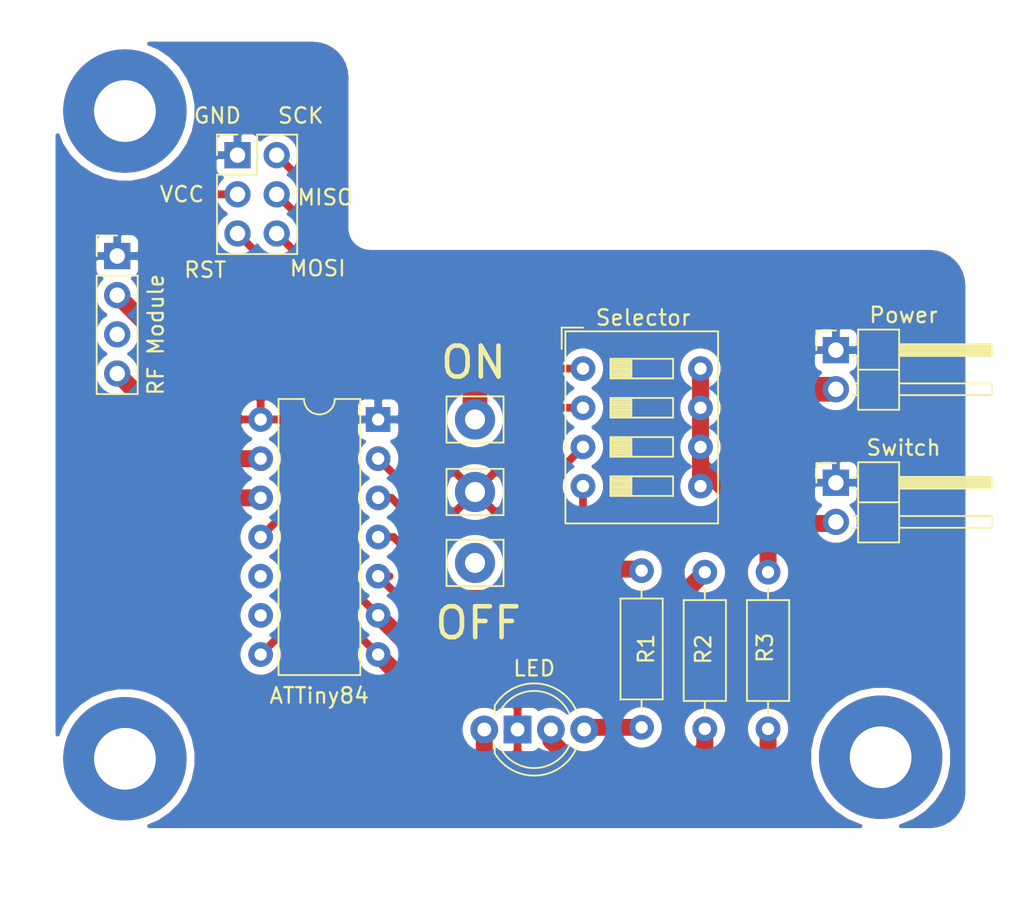
<source format=kicad_pcb>
(kicad_pcb (version 20171130) (host pcbnew 5.99.0+really5.1.10+dfsg1-1)

  (general
    (thickness 1.6)
    (drawings 26)
    (tracks 99)
    (zones 0)
    (modules 16)
    (nets 22)
  )

  (page A4)
  (layers
    (0 F.Cu signal)
    (31 B.Cu signal)
    (32 B.Adhes user hide)
    (33 F.Adhes user hide)
    (34 B.Paste user hide)
    (35 F.Paste user hide)
    (36 B.SilkS user)
    (37 F.SilkS user)
    (38 B.Mask user hide)
    (39 F.Mask user hide)
    (40 Dwgs.User user hide)
    (41 Cmts.User user hide)
    (42 Eco1.User user hide)
    (43 Eco2.User user hide)
    (44 Edge.Cuts user)
    (45 Margin user hide)
    (46 B.CrtYd user hide)
    (47 F.CrtYd user hide)
    (48 B.Fab user hide)
    (49 F.Fab user hide)
  )

  (setup
    (last_trace_width 1.1)
    (user_trace_width 0.5)
    (user_trace_width 1.1)
    (trace_clearance 0.2)
    (zone_clearance 0.508)
    (zone_45_only yes)
    (trace_min 0.2)
    (via_size 0.8)
    (via_drill 0.4)
    (via_min_size 0.4)
    (via_min_drill 0.3)
    (uvia_size 0.3)
    (uvia_drill 0.1)
    (uvias_allowed no)
    (uvia_min_size 0.2)
    (uvia_min_drill 0.1)
    (edge_width 0.05)
    (segment_width 0.2)
    (pcb_text_width 0.3)
    (pcb_text_size 1.5 1.5)
    (mod_edge_width 0.12)
    (mod_text_size 1 1)
    (mod_text_width 0.15)
    (pad_size 8 8)
    (pad_drill 4)
    (pad_to_mask_clearance 0)
    (aux_axis_origin 0 0)
    (grid_origin 90 151)
    (visible_elements FFFFFF7F)
    (pcbplotparams
      (layerselection 0x010fc_ffffffff)
      (usegerberextensions false)
      (usegerberattributes true)
      (usegerberadvancedattributes true)
      (creategerberjobfile true)
      (excludeedgelayer true)
      (linewidth 0.100000)
      (plotframeref false)
      (viasonmask false)
      (mode 1)
      (useauxorigin false)
      (hpglpennumber 1)
      (hpglpenspeed 20)
      (hpglpendiameter 15.000000)
      (psnegative false)
      (psa4output false)
      (plotreference true)
      (plotvalue true)
      (plotinvisibletext false)
      (padsonsilk false)
      (subtractmaskfromsilk false)
      (outputformat 1)
      (mirror false)
      (drillshape 1)
      (scaleselection 1)
      (outputdirectory ""))
  )

  (net 0 "")
  (net 1 GND)
  (net 2 +VDC)
  (net 3 "Net-(SW2-Pad1)")
  (net 4 "Net-(J1-Pad2)")
  (net 5 "Net-(D1-Pad1)")
  (net 6 "Net-(J2-Pad2)")
  (net 7 "Net-(J3-Pad4)")
  (net 8 "Net-(J3-Pad3)")
  (net 9 "Net-(J3-Pad2)")
  (net 10 "Net-(J4-Pad5)")
  (net 11 "Net-(J4-Pad4)")
  (net 12 "Net-(J4-Pad2)")
  (net 13 "Net-(D1-Pad3)")
  (net 14 "Net-(D1-Pad4)")
  (net 15 "Net-(SW2-Pad2)")
  (net 16 "Net-(SW2-Pad3)")
  (net 17 "Net-(SW2-Pad4)")
  (net 18 "Net-(U1-Pad5)")
  (net 19 "Net-(U1-Pad6)")
  (net 20 "Net-(J7-Pad1)")
  (net 21 "Net-(J4-Pad6)")

  (net_class Default "This is the default net class."
    (clearance 0.2)
    (trace_width 0.25)
    (via_dia 0.8)
    (via_drill 0.4)
    (uvia_dia 0.3)
    (uvia_drill 0.1)
    (add_net +VDC)
    (add_net GND)
    (add_net "Net-(D1-Pad1)")
    (add_net "Net-(D1-Pad3)")
    (add_net "Net-(D1-Pad4)")
    (add_net "Net-(J1-Pad2)")
    (add_net "Net-(J2-Pad2)")
    (add_net "Net-(J3-Pad2)")
    (add_net "Net-(J3-Pad3)")
    (add_net "Net-(J3-Pad4)")
    (add_net "Net-(J4-Pad2)")
    (add_net "Net-(J4-Pad4)")
    (add_net "Net-(J4-Pad5)")
    (add_net "Net-(J4-Pad6)")
    (add_net "Net-(J7-Pad1)")
    (add_net "Net-(SW2-Pad1)")
    (add_net "Net-(SW2-Pad2)")
    (add_net "Net-(SW2-Pad3)")
    (add_net "Net-(SW2-Pad4)")
    (add_net "Net-(U1-Pad5)")
    (add_net "Net-(U1-Pad6)")
  )

  (net_class GND ""
    (clearance 0.2)
    (trace_width 0.25)
    (via_dia 0.8)
    (via_drill 0.4)
    (uvia_dia 0.3)
    (uvia_drill 0.1)
  )

  (module Connector_PinHeader_2.54mm:PinHeader_2x03_P2.54mm_Vertical (layer F.Cu) (tedit 59FED5CC) (tstamp 61F9E766)
    (at 102.3 106.86)
    (descr "Through hole straight pin header, 2x03, 2.54mm pitch, double rows")
    (tags "Through hole pin header THT 2x03 2.54mm double row")
    (path /61FB2587)
    (fp_text reference " " (at 0 -2.33) (layer F.SilkS)
      (effects (font (size 1 1) (thickness 0.15)))
    )
    (fp_text value Conn_01x06 (at 0 15.03) (layer F.Fab)
      (effects (font (size 1 1) (thickness 0.15)))
    )
    (fp_text user %R (at 0 6.35 90) (layer F.Fab)
      (effects (font (size 1 1) (thickness 0.15)))
    )
    (fp_line (start 0 -1.27) (end 3.81 -1.27) (layer F.Fab) (width 0.1))
    (fp_line (start 3.81 -1.27) (end 3.81 6.35) (layer F.Fab) (width 0.1))
    (fp_line (start 3.81 6.35) (end -1.27 6.35) (layer F.Fab) (width 0.1))
    (fp_line (start -1.27 6.35) (end -1.27 0) (layer F.Fab) (width 0.1))
    (fp_line (start -1.27 0) (end 0 -1.27) (layer F.Fab) (width 0.1))
    (fp_line (start -1.33 6.41) (end 3.87 6.41) (layer F.SilkS) (width 0.12))
    (fp_line (start -1.33 1.27) (end -1.33 6.41) (layer F.SilkS) (width 0.12))
    (fp_line (start 3.87 -1.33) (end 3.87 6.41) (layer F.SilkS) (width 0.12))
    (fp_line (start -1.33 1.27) (end 1.27 1.27) (layer F.SilkS) (width 0.12))
    (fp_line (start 1.27 1.27) (end 1.27 -1.33) (layer F.SilkS) (width 0.12))
    (fp_line (start 1.27 -1.33) (end 3.87 -1.33) (layer F.SilkS) (width 0.12))
    (fp_line (start -1.33 0) (end -1.33 -1.33) (layer F.SilkS) (width 0.12))
    (fp_line (start -1.33 -1.33) (end 0 -1.33) (layer F.SilkS) (width 0.12))
    (fp_line (start -1.8 -1.8) (end -1.8 6.85) (layer F.CrtYd) (width 0.05))
    (fp_line (start -1.8 6.85) (end 4.35 6.85) (layer F.CrtYd) (width 0.05))
    (fp_line (start 4.35 6.85) (end 4.35 -1.8) (layer F.CrtYd) (width 0.05))
    (fp_line (start 4.35 -1.8) (end -1.8 -1.8) (layer F.CrtYd) (width 0.05))
    (pad 6 thru_hole oval (at 2.54 5.08) (size 1.7 1.7) (drill 1) (layers *.Cu *.Mask)
      (net 21 "Net-(J4-Pad6)"))
    (pad 5 thru_hole oval (at 0 5.08) (size 1.7 1.7) (drill 1) (layers *.Cu *.Mask)
      (net 10 "Net-(J4-Pad5)"))
    (pad 4 thru_hole oval (at 2.54 2.54) (size 1.7 1.7) (drill 1) (layers *.Cu *.Mask)
      (net 11 "Net-(J4-Pad4)"))
    (pad 3 thru_hole oval (at 0 2.54) (size 1.7 1.7) (drill 1) (layers *.Cu *.Mask)
      (net 2 +VDC))
    (pad 2 thru_hole oval (at 2.54 0) (size 1.7 1.7) (drill 1) (layers *.Cu *.Mask)
      (net 12 "Net-(J4-Pad2)"))
    (pad 1 thru_hole rect (at 0 0) (size 1.7 1.7) (drill 1) (layers *.Cu *.Mask)
      (net 1 GND))
    (model ${KISYS3DMOD}/Connector_PinHeader_2.54mm.3dshapes/PinHeader_2x03_P2.54mm_Vertical.wrl
      (at (xyz 0 0 0))
      (scale (xyz 1 1 1))
      (rotate (xyz 0 0 0))
    )
  )

  (module Connector_Pin:Pin_D1.3mm_L10.0mm_W3.5mm_Flat (layer F.Cu) (tedit 5A1DC085) (tstamp 61F9C269)
    (at 117.7 133.3)
    (descr "solder Pin_ with flat with hole, hole diameter 1.3mm, length 10.0mm, width 3.5mm, e.g. Ettinger 13.13.865, https://katalog.ettinger.de/#p=434")
    (tags "solder Pin_ with flat fork")
    (path /6208432E)
    (fp_text reference OFF (at 0.2 3.9) (layer F.SilkS)
      (effects (font (size 2 2) (thickness 0.3)))
    )
    (fp_text value Conn_01x01 (at 0 -2.05) (layer F.Fab)
      (effects (font (size 1 1) (thickness 0.15)))
    )
    (fp_text user %R (at 0 2.25) (layer F.Fab)
      (effects (font (size 1 1) (thickness 0.15)))
    )
    (fp_line (start -1.85 -1.5) (end 1.85 -1.5) (layer F.SilkS) (width 0.12))
    (fp_line (start 1.85 -1.5) (end 1.85 1.5) (layer F.SilkS) (width 0.12))
    (fp_line (start 1.85 1.5) (end -1.85 1.5) (layer F.SilkS) (width 0.12))
    (fp_line (start -1.85 -1.5) (end -1.85 1.5) (layer F.SilkS) (width 0.12))
    (fp_line (start 1.75 -0.3) (end 1.75 0.3) (layer F.Fab) (width 0.12))
    (fp_line (start 1.75 0.3) (end -1.75 0.3) (layer F.Fab) (width 0.12))
    (fp_line (start -1.75 0.3) (end -1.75 -0.3) (layer F.Fab) (width 0.12))
    (fp_line (start -1.75 -0.3) (end 1.75 -0.3) (layer F.Fab) (width 0.12))
    (fp_line (start -2.25 -1.8) (end 2.25 -1.8) (layer F.CrtYd) (width 0.05))
    (fp_line (start -2.25 -1.8) (end -2.25 1.8) (layer F.CrtYd) (width 0.05))
    (fp_line (start 2.25 1.8) (end 2.25 -1.8) (layer F.CrtYd) (width 0.05))
    (fp_line (start 2.25 1.8) (end -2.25 1.8) (layer F.CrtYd) (width 0.05))
    (pad 1 thru_hole circle (at 0 0) (size 2.6 2.6) (drill 1.3) (layers *.Cu *.Mask)
      (net 20 "Net-(J7-Pad1)"))
    (model ${KISYS3DMOD}/Connector_Pin.3dshapes/Pin_D1.3mm_L10.0mm_W3.5mm_Flat.wrl
      (at (xyz 0 0 0))
      (scale (xyz 1 1 1))
      (rotate (xyz 0 0 0))
    )
  )

  (module Connector_Pin:Pin_D1.3mm_L10.0mm_W3.5mm_Flat (layer F.Cu) (tedit 61F8B389) (tstamp 61F95B68)
    (at 117.7 128.7)
    (descr "solder Pin_ with flat with hole, hole diameter 1.3mm, length 10.0mm, width 3.5mm, e.g. Ettinger 13.13.865, https://katalog.ettinger.de/#p=434")
    (tags "solder Pin_ with flat fork")
    (path /62038098)
    (fp_text reference " " (at 0 2.25) (layer F.SilkS)
      (effects (font (size 1 1) (thickness 0.15)))
    )
    (fp_text value Conn_01x01 (at 0 -2.05) (layer F.Fab)
      (effects (font (size 1 1) (thickness 0.15)))
    )
    (fp_text user %R (at 0 2.25) (layer F.Fab)
      (effects (font (size 1 1) (thickness 0.15)))
    )
    (fp_line (start -1.85 -1.5) (end 1.85 -1.5) (layer F.SilkS) (width 0.12))
    (fp_line (start 1.85 -1.5) (end 1.85 1.5) (layer F.SilkS) (width 0.12))
    (fp_line (start 1.85 1.5) (end -1.85 1.5) (layer F.SilkS) (width 0.12))
    (fp_line (start -1.85 -1.5) (end -1.85 1.5) (layer F.SilkS) (width 0.12))
    (fp_line (start 1.75 -0.3) (end 1.75 0.3) (layer F.Fab) (width 0.12))
    (fp_line (start 1.75 0.3) (end -1.75 0.3) (layer F.Fab) (width 0.12))
    (fp_line (start -1.75 0.3) (end -1.75 -0.3) (layer F.Fab) (width 0.12))
    (fp_line (start -1.75 -0.3) (end 1.75 -0.3) (layer F.Fab) (width 0.12))
    (fp_line (start -2.25 -1.8) (end 2.25 -1.8) (layer F.CrtYd) (width 0.05))
    (fp_line (start -2.25 -1.8) (end -2.25 1.8) (layer F.CrtYd) (width 0.05))
    (fp_line (start 2.25 1.8) (end 2.25 -1.8) (layer F.CrtYd) (width 0.05))
    (fp_line (start 2.25 1.8) (end -2.25 1.8) (layer F.CrtYd) (width 0.05))
    (pad 1 thru_hole circle (at 0 0) (size 2.6 2.6) (drill 1.3) (layers *.Cu *.Mask)
      (net 2 +VDC))
    (model ${KISYS3DMOD}/Connector_Pin.3dshapes/Pin_D1.3mm_L10.0mm_W3.5mm_Flat.wrl
      (at (xyz 0 0 0))
      (scale (xyz 1 1 1))
      (rotate (xyz 0 0 0))
    )
  )

  (module Connector_Pin:Pin_D1.3mm_L10.0mm_W3.5mm_Flat (layer F.Cu) (tedit 61F8B393) (tstamp 61F95B56)
    (at 117.7 124)
    (descr "solder Pin_ with flat with hole, hole diameter 1.3mm, length 10.0mm, width 3.5mm, e.g. Ettinger 13.13.865, https://katalog.ettinger.de/#p=434")
    (tags "solder Pin_ with flat fork")
    (path /62037A14)
    (fp_text reference ON (at -0.1 -3.7) (layer F.SilkS)
      (effects (font (size 2 2) (thickness 0.3)))
    )
    (fp_text value Conn_01x01 (at 0 -2.05) (layer F.Fab)
      (effects (font (size 1 1) (thickness 0.15)))
    )
    (fp_text user %R (at 0 2.25) (layer F.Fab)
      (effects (font (size 1 1) (thickness 0.15)))
    )
    (fp_line (start -1.85 -1.5) (end 1.85 -1.5) (layer F.SilkS) (width 0.12))
    (fp_line (start 1.85 -1.5) (end 1.85 1.5) (layer F.SilkS) (width 0.12))
    (fp_line (start 1.85 1.5) (end -1.85 1.5) (layer F.SilkS) (width 0.12))
    (fp_line (start -1.85 -1.5) (end -1.85 1.5) (layer F.SilkS) (width 0.12))
    (fp_line (start 1.75 -0.3) (end 1.75 0.3) (layer F.Fab) (width 0.12))
    (fp_line (start 1.75 0.3) (end -1.75 0.3) (layer F.Fab) (width 0.12))
    (fp_line (start -1.75 0.3) (end -1.75 -0.3) (layer F.Fab) (width 0.12))
    (fp_line (start -1.75 -0.3) (end 1.75 -0.3) (layer F.Fab) (width 0.12))
    (fp_line (start -2.25 -1.8) (end 2.25 -1.8) (layer F.CrtYd) (width 0.05))
    (fp_line (start -2.25 -1.8) (end -2.25 1.8) (layer F.CrtYd) (width 0.05))
    (fp_line (start 2.25 1.8) (end 2.25 -1.8) (layer F.CrtYd) (width 0.05))
    (fp_line (start 2.25 1.8) (end -2.25 1.8) (layer F.CrtYd) (width 0.05))
    (pad 1 thru_hole circle (at 0 0) (size 2.6 2.6) (drill 1.3) (layers *.Cu *.Mask)
      (net 4 "Net-(J1-Pad2)"))
    (model ${KISYS3DMOD}/Connector_Pin.3dshapes/Pin_D1.3mm_L10.0mm_W3.5mm_Flat.wrl
      (at (xyz 0 0 0))
      (scale (xyz 1 1 1))
      (rotate (xyz 0 0 0))
    )
  )

  (module Package_DIP:DIP-14_W7.62mm (layer F.Cu) (tedit 61F8AF5C) (tstamp 61F36D3F)
    (at 103.8 124)
    (descr "14-lead though-hole mounted DIP package, row spacing 7.62 mm (300 mils)")
    (tags "THT DIP DIL PDIP 2.54mm 7.62mm 300mil")
    (path /61F34785)
    (fp_text reference ATTiny84 (at 3.8 17.9) (layer F.SilkS)
      (effects (font (size 1 1) (thickness 0.15)))
    )
    (fp_text value ATtiny84-20PU (at 3.81 17.57) (layer F.Fab)
      (effects (font (size 1 1) (thickness 0.15)))
    )
    (fp_line (start 1.635 -1.27) (end 6.985 -1.27) (layer F.Fab) (width 0.1))
    (fp_line (start 6.985 -1.27) (end 6.985 16.51) (layer F.Fab) (width 0.1))
    (fp_line (start 6.985 16.51) (end 0.635 16.51) (layer F.Fab) (width 0.1))
    (fp_line (start 0.635 16.51) (end 0.635 -0.27) (layer F.Fab) (width 0.1))
    (fp_line (start 0.635 -0.27) (end 1.635 -1.27) (layer F.Fab) (width 0.1))
    (fp_line (start 2.81 -1.33) (end 1.16 -1.33) (layer F.SilkS) (width 0.12))
    (fp_line (start 1.16 -1.33) (end 1.16 16.57) (layer F.SilkS) (width 0.12))
    (fp_line (start 1.16 16.57) (end 6.46 16.57) (layer F.SilkS) (width 0.12))
    (fp_line (start 6.46 16.57) (end 6.46 -1.33) (layer F.SilkS) (width 0.12))
    (fp_line (start 6.46 -1.33) (end 4.81 -1.33) (layer F.SilkS) (width 0.12))
    (fp_line (start -1.1 -1.55) (end -1.1 16.8) (layer F.CrtYd) (width 0.05))
    (fp_line (start -1.1 16.8) (end 8.7 16.8) (layer F.CrtYd) (width 0.05))
    (fp_line (start 8.7 16.8) (end 8.7 -1.55) (layer F.CrtYd) (width 0.05))
    (fp_line (start 8.7 -1.55) (end -1.1 -1.55) (layer F.CrtYd) (width 0.05))
    (fp_arc (start 3.81 -1.33) (end 2.81 -1.33) (angle -180) (layer F.SilkS) (width 0.12))
    (fp_text user %R (at 3.974999 4.424999) (layer F.Fab)
      (effects (font (size 1 1) (thickness 0.15)))
    )
    (pad 1 thru_hole oval (at 0 0) (size 1.6 1.6) (drill 0.8) (layers *.Cu *.Mask)
      (net 2 +VDC))
    (pad 8 thru_hole oval (at 7.62 15.24) (size 1.6 1.6) (drill 0.8) (layers *.Cu *.Mask)
      (net 11 "Net-(J4-Pad4)"))
    (pad 2 thru_hole oval (at 0 2.54) (size 1.6 1.6) (drill 0.8) (layers *.Cu *.Mask)
      (net 9 "Net-(J3-Pad2)"))
    (pad 9 thru_hole oval (at 7.62 12.7) (size 1.6 1.6) (drill 0.8) (layers *.Cu *.Mask)
      (net 12 "Net-(J4-Pad2)"))
    (pad 3 thru_hole oval (at 0 5.08) (size 1.6 1.6) (drill 0.8) (layers *.Cu *.Mask)
      (net 7 "Net-(J3-Pad4)"))
    (pad 10 thru_hole oval (at 7.62 10.16) (size 1.6 1.6) (drill 0.8) (layers *.Cu *.Mask)
      (net 17 "Net-(SW2-Pad4)"))
    (pad 4 thru_hole oval (at 0 7.62) (size 1.6 1.6) (drill 0.8) (layers *.Cu *.Mask)
      (net 10 "Net-(J4-Pad5)"))
    (pad 11 thru_hole oval (at 7.62 7.62) (size 1.6 1.6) (drill 0.8) (layers *.Cu *.Mask)
      (net 16 "Net-(SW2-Pad3)"))
    (pad 5 thru_hole oval (at 0 10.16) (size 1.6 1.6) (drill 0.8) (layers *.Cu *.Mask)
      (net 18 "Net-(U1-Pad5)"))
    (pad 12 thru_hole oval (at 7.62 5.08) (size 1.6 1.6) (drill 0.8) (layers *.Cu *.Mask)
      (net 15 "Net-(SW2-Pad2)"))
    (pad 6 thru_hole oval (at 0 12.7) (size 1.6 1.6) (drill 0.8) (layers *.Cu *.Mask)
      (net 19 "Net-(U1-Pad6)"))
    (pad 13 thru_hole oval (at 7.62 2.54) (size 1.6 1.6) (drill 0.8) (layers *.Cu *.Mask)
      (net 3 "Net-(SW2-Pad1)"))
    (pad 7 thru_hole oval (at 0 15.24) (size 1.6 1.6) (drill 0.8) (layers *.Cu *.Mask)
      (net 21 "Net-(J4-Pad6)"))
    (pad 14 thru_hole rect (at 7.62 0) (size 1.6 1.6) (drill 0.8) (layers *.Cu *.Mask)
      (net 1 GND))
    (model ${KISYS3DMOD}/Package_DIP.3dshapes/DIP-14_W7.62mm.wrl
      (at (xyz 0 0 0))
      (scale (xyz 1 1 1))
      (rotate (xyz 0 0 0))
    )
  )

  (module LED_THT:LED_D5.0mm-4_RGB_Wide_Pins (layer F.Cu) (tedit 61F8B174) (tstamp 61F8F545)
    (at 118.3 144.1)
    (descr "LED, diameter 5.0mm, 2 pins, diameter 5.0mm, 3 pins, diameter 5.0mm, 4 pins, http://www.kingbright.com/attachments/file/psearch/000/00/00/L-154A4SUREQBFZGEW(Ver.9A).pdf")
    (tags "LED diameter 5.0mm 2 pins diameter 5.0mm 3 pins diameter 5.0mm 4 pins RGB RGBLED")
    (path /61FFB206)
    (fp_text reference LED (at 3.2385 -3.96) (layer F.SilkS)
      (effects (font (size 1 1) (thickness 0.15)))
    )
    (fp_text value LED_BARG (at 3.2385 3.96) (layer F.Fab)
      (effects (font (size 1 1) (thickness 0.15)))
    )
    (fp_text user %R (at 3.2385 -3.96) (layer F.Fab)
      (effects (font (size 1 1) (thickness 0.15)))
    )
    (fp_arc (start 3.2385 0) (end 0.983816 1.08) (angle -128.8) (layer F.SilkS) (width 0.12))
    (fp_arc (start 3.2385 0) (end 0.983816 -1.08) (angle 128.8) (layer F.SilkS) (width 0.12))
    (fp_arc (start 3.2385 0) (end 0.6785 1.54483) (angle -127.7) (layer F.SilkS) (width 0.12))
    (fp_arc (start 3.2385 0) (end 0.6785 -1.54483) (angle 127.7) (layer F.SilkS) (width 0.12))
    (fp_arc (start 3.2385 0) (end 0.7385 -1.469694) (angle 299.1) (layer F.Fab) (width 0.1))
    (fp_circle (center 3.2385 0) (end 5.7385 0) (layer F.Fab) (width 0.1))
    (fp_line (start 0.7385 -1.469694) (end 0.7385 1.469694) (layer F.Fab) (width 0.1))
    (fp_line (start 0.6785 -1.545) (end 0.6785 -1.08) (layer F.SilkS) (width 0.12))
    (fp_line (start 0.6785 1.08) (end 0.6785 1.545) (layer F.SilkS) (width 0.12))
    (fp_line (start -1.08 -3.25) (end -1.08 3.25) (layer F.CrtYd) (width 0.05))
    (fp_line (start -1.08 3.25) (end 7.56 3.25) (layer F.CrtYd) (width 0.05))
    (fp_line (start 7.56 3.25) (end 7.56 -3.25) (layer F.CrtYd) (width 0.05))
    (fp_line (start 7.56 -3.25) (end -1.08 -3.25) (layer F.CrtYd) (width 0.05))
    (pad 4 thru_hole circle (at 6.477 0) (size 1.8 1.8) (drill 0.9) (layers *.Cu *.Mask)
      (net 14 "Net-(D1-Pad4)"))
    (pad 3 thru_hole circle (at 4.318 0) (size 1.8 1.8) (drill 0.9) (layers *.Cu *.Mask)
      (net 13 "Net-(D1-Pad3)"))
    (pad 2 thru_hole rect (at 2.159 0) (size 1.8 1.8) (drill 0.9) (layers *.Cu *.Mask)
      (net 2 +VDC))
    (pad 1 thru_hole circle (at 0 0) (size 1.8 1.8) (drill 0.9) (layers *.Cu *.Mask)
      (net 5 "Net-(D1-Pad1)"))
    (model ${KISYS3DMOD}/LED_THT.3dshapes/LED_D5.0mm-4_RGB_Wide_Pins.wrl
      (at (xyz 0 0 0))
      (scale (xyz 1 1 1))
      (rotate (xyz 0 0 0))
    )
  )

  (module Resistor_THT:R_Axial_DIN0207_L6.3mm_D2.5mm_P10.16mm_Horizontal (layer F.Cu) (tedit 5AE5139B) (tstamp 61F8F622)
    (at 136.7 133.9 270)
    (descr "Resistor, Axial_DIN0207 series, Axial, Horizontal, pin pitch=10.16mm, 0.25W = 1/4W, length*diameter=6.3*2.5mm^2, http://cdn-reichelt.de/documents/datenblatt/B400/1_4W%23YAG.pdf")
    (tags "Resistor Axial_DIN0207 series Axial Horizontal pin pitch 10.16mm 0.25W = 1/4W length 6.3mm diameter 2.5mm")
    (path /62012F08)
    (fp_text reference R3 (at 4.9 0.2 90) (layer F.SilkS)
      (effects (font (size 1 1) (thickness 0.15)))
    )
    (fp_text value R (at 5.08 2.37 90) (layer F.Fab)
      (effects (font (size 1 1) (thickness 0.15)))
    )
    (fp_text user %R (at 5.08 0 90) (layer F.Fab)
      (effects (font (size 1 1) (thickness 0.15)))
    )
    (fp_line (start 1.93 -1.25) (end 1.93 1.25) (layer F.Fab) (width 0.1))
    (fp_line (start 1.93 1.25) (end 8.23 1.25) (layer F.Fab) (width 0.1))
    (fp_line (start 8.23 1.25) (end 8.23 -1.25) (layer F.Fab) (width 0.1))
    (fp_line (start 8.23 -1.25) (end 1.93 -1.25) (layer F.Fab) (width 0.1))
    (fp_line (start 0 0) (end 1.93 0) (layer F.Fab) (width 0.1))
    (fp_line (start 10.16 0) (end 8.23 0) (layer F.Fab) (width 0.1))
    (fp_line (start 1.81 -1.37) (end 1.81 1.37) (layer F.SilkS) (width 0.12))
    (fp_line (start 1.81 1.37) (end 8.35 1.37) (layer F.SilkS) (width 0.12))
    (fp_line (start 8.35 1.37) (end 8.35 -1.37) (layer F.SilkS) (width 0.12))
    (fp_line (start 8.35 -1.37) (end 1.81 -1.37) (layer F.SilkS) (width 0.12))
    (fp_line (start 1.04 0) (end 1.81 0) (layer F.SilkS) (width 0.12))
    (fp_line (start 9.12 0) (end 8.35 0) (layer F.SilkS) (width 0.12))
    (fp_line (start -1.05 -1.5) (end -1.05 1.5) (layer F.CrtYd) (width 0.05))
    (fp_line (start -1.05 1.5) (end 11.21 1.5) (layer F.CrtYd) (width 0.05))
    (fp_line (start 11.21 1.5) (end 11.21 -1.5) (layer F.CrtYd) (width 0.05))
    (fp_line (start 11.21 -1.5) (end -1.05 -1.5) (layer F.CrtYd) (width 0.05))
    (pad 2 thru_hole oval (at 10.16 0 270) (size 1.6 1.6) (drill 0.8) (layers *.Cu *.Mask)
      (net 5 "Net-(D1-Pad1)"))
    (pad 1 thru_hole circle (at 0 0 270) (size 1.6 1.6) (drill 0.8) (layers *.Cu *.Mask)
      (net 6 "Net-(J2-Pad2)"))
    (model ${KISYS3DMOD}/Resistor_THT.3dshapes/R_Axial_DIN0207_L6.3mm_D2.5mm_P10.16mm_Horizontal.wrl
      (at (xyz 0 0 0))
      (scale (xyz 1 1 1))
      (rotate (xyz 0 0 0))
    )
  )

  (module Resistor_THT:R_Axial_DIN0207_L6.3mm_D2.5mm_P10.16mm_Horizontal (layer F.Cu) (tedit 5AE5139B) (tstamp 61F8F60B)
    (at 132.6 133.9 270)
    (descr "Resistor, Axial_DIN0207 series, Axial, Horizontal, pin pitch=10.16mm, 0.25W = 1/4W, length*diameter=6.3*2.5mm^2, http://cdn-reichelt.de/documents/datenblatt/B400/1_4W%23YAG.pdf")
    (tags "Resistor Axial_DIN0207 series Axial Horizontal pin pitch 10.16mm 0.25W = 1/4W length 6.3mm diameter 2.5mm")
    (path /62013A49)
    (fp_text reference R2 (at 5 0.1 90) (layer F.SilkS)
      (effects (font (size 1 1) (thickness 0.15)))
    )
    (fp_text value R (at 5.08 2.37 90) (layer F.Fab)
      (effects (font (size 1 1) (thickness 0.15)))
    )
    (fp_text user %R (at 5.08 0 90) (layer F.Fab)
      (effects (font (size 1 1) (thickness 0.15)))
    )
    (fp_line (start 1.93 -1.25) (end 1.93 1.25) (layer F.Fab) (width 0.1))
    (fp_line (start 1.93 1.25) (end 8.23 1.25) (layer F.Fab) (width 0.1))
    (fp_line (start 8.23 1.25) (end 8.23 -1.25) (layer F.Fab) (width 0.1))
    (fp_line (start 8.23 -1.25) (end 1.93 -1.25) (layer F.Fab) (width 0.1))
    (fp_line (start 0 0) (end 1.93 0) (layer F.Fab) (width 0.1))
    (fp_line (start 10.16 0) (end 8.23 0) (layer F.Fab) (width 0.1))
    (fp_line (start 1.81 -1.37) (end 1.81 1.37) (layer F.SilkS) (width 0.12))
    (fp_line (start 1.81 1.37) (end 8.35 1.37) (layer F.SilkS) (width 0.12))
    (fp_line (start 8.35 1.37) (end 8.35 -1.37) (layer F.SilkS) (width 0.12))
    (fp_line (start 8.35 -1.37) (end 1.81 -1.37) (layer F.SilkS) (width 0.12))
    (fp_line (start 1.04 0) (end 1.81 0) (layer F.SilkS) (width 0.12))
    (fp_line (start 9.12 0) (end 8.35 0) (layer F.SilkS) (width 0.12))
    (fp_line (start -1.05 -1.5) (end -1.05 1.5) (layer F.CrtYd) (width 0.05))
    (fp_line (start -1.05 1.5) (end 11.21 1.5) (layer F.CrtYd) (width 0.05))
    (fp_line (start 11.21 1.5) (end 11.21 -1.5) (layer F.CrtYd) (width 0.05))
    (fp_line (start 11.21 -1.5) (end -1.05 -1.5) (layer F.CrtYd) (width 0.05))
    (pad 2 thru_hole oval (at 10.16 0 270) (size 1.6 1.6) (drill 0.8) (layers *.Cu *.Mask)
      (net 13 "Net-(D1-Pad3)"))
    (pad 1 thru_hole circle (at 0 0 270) (size 1.6 1.6) (drill 0.8) (layers *.Cu *.Mask)
      (net 11 "Net-(J4-Pad4)"))
    (model ${KISYS3DMOD}/Resistor_THT.3dshapes/R_Axial_DIN0207_L6.3mm_D2.5mm_P10.16mm_Horizontal.wrl
      (at (xyz 0 0 0))
      (scale (xyz 1 1 1))
      (rotate (xyz 0 0 0))
    )
  )

  (module Resistor_THT:R_Axial_DIN0207_L6.3mm_D2.5mm_P10.16mm_Horizontal (layer F.Cu) (tedit 5AE5139B) (tstamp 61F8F5F4)
    (at 128.5 133.8 270)
    (descr "Resistor, Axial_DIN0207 series, Axial, Horizontal, pin pitch=10.16mm, 0.25W = 1/4W, length*diameter=6.3*2.5mm^2, http://cdn-reichelt.de/documents/datenblatt/B400/1_4W%23YAG.pdf")
    (tags "Resistor Axial_DIN0207 series Axial Horizontal pin pitch 10.16mm 0.25W = 1/4W length 6.3mm diameter 2.5mm")
    (path /62013612)
    (fp_text reference R1 (at 5.08 -0.3 90) (layer F.SilkS)
      (effects (font (size 1 1) (thickness 0.15)))
    )
    (fp_text value R (at 5.08 2.37 90) (layer F.Fab)
      (effects (font (size 1 1) (thickness 0.15)))
    )
    (fp_text user %R (at 5.08 0 90) (layer F.Fab)
      (effects (font (size 1 1) (thickness 0.15)))
    )
    (fp_line (start 1.93 -1.25) (end 1.93 1.25) (layer F.Fab) (width 0.1))
    (fp_line (start 1.93 1.25) (end 8.23 1.25) (layer F.Fab) (width 0.1))
    (fp_line (start 8.23 1.25) (end 8.23 -1.25) (layer F.Fab) (width 0.1))
    (fp_line (start 8.23 -1.25) (end 1.93 -1.25) (layer F.Fab) (width 0.1))
    (fp_line (start 0 0) (end 1.93 0) (layer F.Fab) (width 0.1))
    (fp_line (start 10.16 0) (end 8.23 0) (layer F.Fab) (width 0.1))
    (fp_line (start 1.81 -1.37) (end 1.81 1.37) (layer F.SilkS) (width 0.12))
    (fp_line (start 1.81 1.37) (end 8.35 1.37) (layer F.SilkS) (width 0.12))
    (fp_line (start 8.35 1.37) (end 8.35 -1.37) (layer F.SilkS) (width 0.12))
    (fp_line (start 8.35 -1.37) (end 1.81 -1.37) (layer F.SilkS) (width 0.12))
    (fp_line (start 1.04 0) (end 1.81 0) (layer F.SilkS) (width 0.12))
    (fp_line (start 9.12 0) (end 8.35 0) (layer F.SilkS) (width 0.12))
    (fp_line (start -1.05 -1.5) (end -1.05 1.5) (layer F.CrtYd) (width 0.05))
    (fp_line (start -1.05 1.5) (end 11.21 1.5) (layer F.CrtYd) (width 0.05))
    (fp_line (start 11.21 1.5) (end 11.21 -1.5) (layer F.CrtYd) (width 0.05))
    (fp_line (start 11.21 -1.5) (end -1.05 -1.5) (layer F.CrtYd) (width 0.05))
    (pad 2 thru_hole oval (at 10.16 0 270) (size 1.6 1.6) (drill 0.8) (layers *.Cu *.Mask)
      (net 14 "Net-(D1-Pad4)"))
    (pad 1 thru_hole circle (at 0 0 270) (size 1.6 1.6) (drill 0.8) (layers *.Cu *.Mask)
      (net 12 "Net-(J4-Pad2)"))
    (model ${KISYS3DMOD}/Resistor_THT.3dshapes/R_Axial_DIN0207_L6.3mm_D2.5mm_P10.16mm_Horizontal.wrl
      (at (xyz 0 0 0))
      (scale (xyz 1 1 1))
      (rotate (xyz 0 0 0))
    )
  )

  (module Connector_PinHeader_2.54mm:PinHeader_1x04_P2.54mm_Vertical (layer F.Cu) (tedit 59FED5CC) (tstamp 61F8F5C3)
    (at 94.5 113.4)
    (descr "Through hole straight pin header, 1x04, 2.54mm pitch, single row")
    (tags "Through hole pin header THT 1x04 2.54mm single row")
    (path /61FB6D4C)
    (fp_text reference "RF Module" (at 2.5 5.1 90) (layer F.SilkS)
      (effects (font (size 1 1) (thickness 0.15)))
    )
    (fp_text value Conn_01x04 (at 0 9.95) (layer F.Fab)
      (effects (font (size 1 1) (thickness 0.15)))
    )
    (fp_text user %R (at 0 3.81 90) (layer F.Fab)
      (effects (font (size 1 1) (thickness 0.15)))
    )
    (fp_line (start -0.635 -1.27) (end 1.27 -1.27) (layer F.Fab) (width 0.1))
    (fp_line (start 1.27 -1.27) (end 1.27 8.89) (layer F.Fab) (width 0.1))
    (fp_line (start 1.27 8.89) (end -1.27 8.89) (layer F.Fab) (width 0.1))
    (fp_line (start -1.27 8.89) (end -1.27 -0.635) (layer F.Fab) (width 0.1))
    (fp_line (start -1.27 -0.635) (end -0.635 -1.27) (layer F.Fab) (width 0.1))
    (fp_line (start -1.33 8.95) (end 1.33 8.95) (layer F.SilkS) (width 0.12))
    (fp_line (start -1.33 1.27) (end -1.33 8.95) (layer F.SilkS) (width 0.12))
    (fp_line (start 1.33 1.27) (end 1.33 8.95) (layer F.SilkS) (width 0.12))
    (fp_line (start -1.33 1.27) (end 1.33 1.27) (layer F.SilkS) (width 0.12))
    (fp_line (start -1.33 0) (end -1.33 -1.33) (layer F.SilkS) (width 0.12))
    (fp_line (start -1.33 -1.33) (end 0 -1.33) (layer F.SilkS) (width 0.12))
    (fp_line (start -1.8 -1.8) (end -1.8 9.4) (layer F.CrtYd) (width 0.05))
    (fp_line (start -1.8 9.4) (end 1.8 9.4) (layer F.CrtYd) (width 0.05))
    (fp_line (start 1.8 9.4) (end 1.8 -1.8) (layer F.CrtYd) (width 0.05))
    (fp_line (start 1.8 -1.8) (end -1.8 -1.8) (layer F.CrtYd) (width 0.05))
    (pad 4 thru_hole oval (at 0 7.62) (size 1.7 1.7) (drill 1) (layers *.Cu *.Mask)
      (net 7 "Net-(J3-Pad4)"))
    (pad 3 thru_hole oval (at 0 5.08) (size 1.7 1.7) (drill 1) (layers *.Cu *.Mask)
      (net 8 "Net-(J3-Pad3)"))
    (pad 2 thru_hole oval (at 0 2.54) (size 1.7 1.7) (drill 1) (layers *.Cu *.Mask)
      (net 9 "Net-(J3-Pad2)"))
    (pad 1 thru_hole rect (at 0 0) (size 1.7 1.7) (drill 1) (layers *.Cu *.Mask)
      (net 1 GND))
    (model ${KISYS3DMOD}/Connector_PinHeader_2.54mm.3dshapes/PinHeader_1x04_P2.54mm_Vertical.wrl
      (at (xyz 0 0 0))
      (scale (xyz 1 1 1))
      (rotate (xyz 0 0 0))
    )
  )

  (module Connector_PinHeader_2.54mm:PinHeader_1x02_P2.54mm_Horizontal (layer F.Cu) (tedit 59FED5CB) (tstamp 61F8F5AB)
    (at 141.1 128.1)
    (descr "Through hole angled pin header, 1x02, 2.54mm pitch, 6mm pin length, single row")
    (tags "Through hole angled pin header THT 1x02 2.54mm single row")
    (path /61FD04BA)
    (fp_text reference Switch (at 4.385 -2.27) (layer F.SilkS)
      (effects (font (size 1 1) (thickness 0.15)))
    )
    (fp_text value Button (at 4.385 4.81) (layer F.Fab)
      (effects (font (size 1 1) (thickness 0.15)))
    )
    (fp_text user %R (at 2.77 1.27 90) (layer F.Fab)
      (effects (font (size 1 1) (thickness 0.15)))
    )
    (fp_line (start 2.135 -1.27) (end 4.04 -1.27) (layer F.Fab) (width 0.1))
    (fp_line (start 4.04 -1.27) (end 4.04 3.81) (layer F.Fab) (width 0.1))
    (fp_line (start 4.04 3.81) (end 1.5 3.81) (layer F.Fab) (width 0.1))
    (fp_line (start 1.5 3.81) (end 1.5 -0.635) (layer F.Fab) (width 0.1))
    (fp_line (start 1.5 -0.635) (end 2.135 -1.27) (layer F.Fab) (width 0.1))
    (fp_line (start -0.32 -0.32) (end 1.5 -0.32) (layer F.Fab) (width 0.1))
    (fp_line (start -0.32 -0.32) (end -0.32 0.32) (layer F.Fab) (width 0.1))
    (fp_line (start -0.32 0.32) (end 1.5 0.32) (layer F.Fab) (width 0.1))
    (fp_line (start 4.04 -0.32) (end 10.04 -0.32) (layer F.Fab) (width 0.1))
    (fp_line (start 10.04 -0.32) (end 10.04 0.32) (layer F.Fab) (width 0.1))
    (fp_line (start 4.04 0.32) (end 10.04 0.32) (layer F.Fab) (width 0.1))
    (fp_line (start -0.32 2.22) (end 1.5 2.22) (layer F.Fab) (width 0.1))
    (fp_line (start -0.32 2.22) (end -0.32 2.86) (layer F.Fab) (width 0.1))
    (fp_line (start -0.32 2.86) (end 1.5 2.86) (layer F.Fab) (width 0.1))
    (fp_line (start 4.04 2.22) (end 10.04 2.22) (layer F.Fab) (width 0.1))
    (fp_line (start 10.04 2.22) (end 10.04 2.86) (layer F.Fab) (width 0.1))
    (fp_line (start 4.04 2.86) (end 10.04 2.86) (layer F.Fab) (width 0.1))
    (fp_line (start 1.44 -1.33) (end 1.44 3.87) (layer F.SilkS) (width 0.12))
    (fp_line (start 1.44 3.87) (end 4.1 3.87) (layer F.SilkS) (width 0.12))
    (fp_line (start 4.1 3.87) (end 4.1 -1.33) (layer F.SilkS) (width 0.12))
    (fp_line (start 4.1 -1.33) (end 1.44 -1.33) (layer F.SilkS) (width 0.12))
    (fp_line (start 4.1 -0.38) (end 10.1 -0.38) (layer F.SilkS) (width 0.12))
    (fp_line (start 10.1 -0.38) (end 10.1 0.38) (layer F.SilkS) (width 0.12))
    (fp_line (start 10.1 0.38) (end 4.1 0.38) (layer F.SilkS) (width 0.12))
    (fp_line (start 4.1 -0.32) (end 10.1 -0.32) (layer F.SilkS) (width 0.12))
    (fp_line (start 4.1 -0.2) (end 10.1 -0.2) (layer F.SilkS) (width 0.12))
    (fp_line (start 4.1 -0.08) (end 10.1 -0.08) (layer F.SilkS) (width 0.12))
    (fp_line (start 4.1 0.04) (end 10.1 0.04) (layer F.SilkS) (width 0.12))
    (fp_line (start 4.1 0.16) (end 10.1 0.16) (layer F.SilkS) (width 0.12))
    (fp_line (start 4.1 0.28) (end 10.1 0.28) (layer F.SilkS) (width 0.12))
    (fp_line (start 1.11 -0.38) (end 1.44 -0.38) (layer F.SilkS) (width 0.12))
    (fp_line (start 1.11 0.38) (end 1.44 0.38) (layer F.SilkS) (width 0.12))
    (fp_line (start 1.44 1.27) (end 4.1 1.27) (layer F.SilkS) (width 0.12))
    (fp_line (start 4.1 2.16) (end 10.1 2.16) (layer F.SilkS) (width 0.12))
    (fp_line (start 10.1 2.16) (end 10.1 2.92) (layer F.SilkS) (width 0.12))
    (fp_line (start 10.1 2.92) (end 4.1 2.92) (layer F.SilkS) (width 0.12))
    (fp_line (start 1.042929 2.16) (end 1.44 2.16) (layer F.SilkS) (width 0.12))
    (fp_line (start 1.042929 2.92) (end 1.44 2.92) (layer F.SilkS) (width 0.12))
    (fp_line (start -1.27 0) (end -1.27 -1.27) (layer F.SilkS) (width 0.12))
    (fp_line (start -1.27 -1.27) (end 0 -1.27) (layer F.SilkS) (width 0.12))
    (fp_line (start -1.8 -1.8) (end -1.8 4.35) (layer F.CrtYd) (width 0.05))
    (fp_line (start -1.8 4.35) (end 10.55 4.35) (layer F.CrtYd) (width 0.05))
    (fp_line (start 10.55 4.35) (end 10.55 -1.8) (layer F.CrtYd) (width 0.05))
    (fp_line (start 10.55 -1.8) (end -1.8 -1.8) (layer F.CrtYd) (width 0.05))
    (pad 2 thru_hole oval (at 0 2.54) (size 1.7 1.7) (drill 1) (layers *.Cu *.Mask)
      (net 6 "Net-(J2-Pad2)"))
    (pad 1 thru_hole rect (at 0 0) (size 1.7 1.7) (drill 1) (layers *.Cu *.Mask)
      (net 1 GND))
    (model ${KISYS3DMOD}/Connector_PinHeader_2.54mm.3dshapes/PinHeader_1x02_P2.54mm_Horizontal.wrl
      (at (xyz 0 0 0))
      (scale (xyz 1 1 1))
      (rotate (xyz 0 0 0))
    )
  )

  (module Connector_PinHeader_2.54mm:PinHeader_1x02_P2.54mm_Horizontal (layer F.Cu) (tedit 61F8C5E5) (tstamp 61F8F578)
    (at 141.1 119.5)
    (descr "Through hole angled pin header, 1x02, 2.54mm pitch, 6mm pin length, single row")
    (tags "Through hole angled pin header THT 1x02 2.54mm single row")
    (path /61FC70F9)
    (fp_text reference Power (at 4.385 -2.27) (layer F.SilkS)
      (effects (font (size 1 1) (thickness 0.15)))
    )
    (fp_text value Power (at 4.385 4.81) (layer F.Fab)
      (effects (font (size 1 1) (thickness 0.15)))
    )
    (fp_text user %R (at 2.77 1.27 90) (layer F.Fab)
      (effects (font (size 1 1) (thickness 0.15)))
    )
    (fp_line (start 2.135 -1.27) (end 4.04 -1.27) (layer F.Fab) (width 0.1))
    (fp_line (start 4.04 -1.27) (end 4.04 3.81) (layer F.Fab) (width 0.1))
    (fp_line (start 4.04 3.81) (end 1.5 3.81) (layer F.Fab) (width 0.1))
    (fp_line (start 1.5 3.81) (end 1.5 -0.635) (layer F.Fab) (width 0.1))
    (fp_line (start 1.5 -0.635) (end 2.135 -1.27) (layer F.Fab) (width 0.1))
    (fp_line (start -0.32 -0.32) (end 1.5 -0.32) (layer F.Fab) (width 0.1))
    (fp_line (start -0.32 -0.32) (end -0.32 0.32) (layer F.Fab) (width 0.1))
    (fp_line (start -0.32 0.32) (end 1.5 0.32) (layer F.Fab) (width 0.1))
    (fp_line (start 4.04 -0.32) (end 10.04 -0.32) (layer F.Fab) (width 0.1))
    (fp_line (start 10.04 -0.32) (end 10.04 0.32) (layer F.Fab) (width 0.1))
    (fp_line (start 4.04 0.32) (end 10.04 0.32) (layer F.Fab) (width 0.1))
    (fp_line (start -0.32 2.22) (end 1.5 2.22) (layer F.Fab) (width 0.1))
    (fp_line (start -0.32 2.22) (end -0.32 2.86) (layer F.Fab) (width 0.1))
    (fp_line (start -0.32 2.86) (end 1.5 2.86) (layer F.Fab) (width 0.1))
    (fp_line (start 4.04 2.22) (end 10.04 2.22) (layer F.Fab) (width 0.1))
    (fp_line (start 10.04 2.22) (end 10.04 2.86) (layer F.Fab) (width 0.1))
    (fp_line (start 4.04 2.86) (end 10.04 2.86) (layer F.Fab) (width 0.1))
    (fp_line (start 1.44 -1.33) (end 1.44 3.87) (layer F.SilkS) (width 0.12))
    (fp_line (start 1.44 3.87) (end 4.1 3.87) (layer F.SilkS) (width 0.12))
    (fp_line (start 4.1 3.87) (end 4.1 -1.33) (layer F.SilkS) (width 0.12))
    (fp_line (start 4.1 -1.33) (end 1.44 -1.33) (layer F.SilkS) (width 0.12))
    (fp_line (start 4.1 -0.38) (end 10.1 -0.38) (layer F.SilkS) (width 0.12))
    (fp_line (start 10.1 -0.38) (end 10.1 0.38) (layer F.SilkS) (width 0.12))
    (fp_line (start 10.1 0.38) (end 4.1 0.38) (layer F.SilkS) (width 0.12))
    (fp_line (start 4.1 -0.32) (end 10.1 -0.32) (layer F.SilkS) (width 0.12))
    (fp_line (start 4.1 -0.2) (end 10.1 -0.2) (layer F.SilkS) (width 0.12))
    (fp_line (start 4.1 -0.08) (end 10.1 -0.08) (layer F.SilkS) (width 0.12))
    (fp_line (start 4.1 0.04) (end 10.1 0.04) (layer F.SilkS) (width 0.12))
    (fp_line (start 4.1 0.16) (end 10.1 0.16) (layer F.SilkS) (width 0.12))
    (fp_line (start 4.1 0.28) (end 10.1 0.28) (layer F.SilkS) (width 0.12))
    (fp_line (start 1.11 -0.38) (end 1.44 -0.38) (layer F.SilkS) (width 0.12))
    (fp_line (start 1.11 0.38) (end 1.44 0.38) (layer F.SilkS) (width 0.12))
    (fp_line (start 1.44 1.27) (end 4.1 1.27) (layer F.SilkS) (width 0.12))
    (fp_line (start 4.1 2.16) (end 10.1 2.16) (layer F.SilkS) (width 0.12))
    (fp_line (start 10.1 2.16) (end 10.1 2.92) (layer F.SilkS) (width 0.12))
    (fp_line (start 10.1 2.92) (end 4.1 2.92) (layer F.SilkS) (width 0.12))
    (fp_line (start 1.042929 2.16) (end 1.44 2.16) (layer F.SilkS) (width 0.12))
    (fp_line (start 1.042929 2.92) (end 1.44 2.92) (layer F.SilkS) (width 0.12))
    (fp_line (start -1.27 0) (end -1.27 -1.27) (layer F.SilkS) (width 0.12))
    (fp_line (start -1.27 -1.27) (end 0 -1.27) (layer F.SilkS) (width 0.12))
    (fp_line (start -1.8 -1.8) (end -1.8 4.35) (layer F.CrtYd) (width 0.05))
    (fp_line (start -1.8 4.35) (end 10.55 4.35) (layer F.CrtYd) (width 0.05))
    (fp_line (start 10.55 4.35) (end 10.55 -1.8) (layer F.CrtYd) (width 0.05))
    (fp_line (start 10.55 -1.8) (end -1.8 -1.8) (layer F.CrtYd) (width 0.05))
    (pad 2 thru_hole circle (at 0 2.54) (size 1.7 1.7) (drill 1) (layers *.Cu *.Mask)
      (net 4 "Net-(J1-Pad2)"))
    (pad 1 thru_hole rect (at 0 0) (size 1.7 1.7) (drill 1) (layers *.Cu *.Mask)
      (net 1 GND))
    (model ${KISYS3DMOD}/Connector_PinHeader_2.54mm.3dshapes/PinHeader_1x02_P2.54mm_Horizontal.wrl
      (at (xyz 0 0 0))
      (scale (xyz 1 1 1))
      (rotate (xyz 0 0 0))
    )
  )

  (module MountingHole:MountingHole_2.1mm (layer F.Cu) (tedit 61F8C05A) (tstamp 61F361E3)
    (at 95 104)
    (descr "Mounting Hole 2.1mm, no annular")
    (tags "mounting hole 2.1mm no annular")
    (attr virtual)
    (fp_text reference " " (at 0 -3.2) (layer F.SilkS)
      (effects (font (size 1 1) (thickness 0.15)))
    )
    (fp_text value " " (at 0 3.2) (layer F.Fab)
      (effects (font (size 1 1) (thickness 0.15)))
    )
    (fp_circle (center 0 0) (end 2.35 0) (layer F.CrtYd) (width 0.05))
    (fp_circle (center 0 0) (end 2.1 0) (layer Cmts.User) (width 0.15))
    (fp_text user M1 (at 0.3 0) (layer F.Fab)
      (effects (font (size 1 1) (thickness 0.15)))
    )
    (pad "" np_thru_hole circle (at 0 0) (size 8 8) (drill 4) (layers *.Cu *.Mask))
  )

  (module MountingHole:MountingHole_2.1mm (layer F.Cu) (tedit 61F8C0CF) (tstamp 61F361C6)
    (at 95 146)
    (descr "Mounting Hole 2.1mm, no annular")
    (tags "mounting hole 2.1mm no annular")
    (attr virtual)
    (fp_text reference " " (at 0 -3.2) (layer F.SilkS)
      (effects (font (size 1 1) (thickness 0.15)))
    )
    (fp_text value " " (at 0 3.2) (layer F.Fab)
      (effects (font (size 1 1) (thickness 0.15)))
    )
    (fp_circle (center 0 0) (end 2.35 0) (layer F.CrtYd) (width 0.05))
    (fp_circle (center 0 0) (end 2.1 0) (layer Cmts.User) (width 0.15))
    (fp_text user %R (at 0.3 0) (layer F.Fab)
      (effects (font (size 1 1) (thickness 0.15)))
    )
    (pad "" np_thru_hole circle (at 0 0) (size 8 8) (drill 4) (layers *.Cu *.Mask))
  )

  (module MountingHole:MountingHole_2.1mm (layer F.Cu) (tedit 61F8D00B) (tstamp 61F361A9)
    (at 144 145.9)
    (descr "Mounting Hole 2.1mm, no annular")
    (tags "mounting hole 2.1mm no annular")
    (attr virtual)
    (fp_text reference " " (at 0 -3.2) (layer F.SilkS)
      (effects (font (size 1 1) (thickness 0.15)))
    )
    (fp_text value " " (at 0 3.2) (layer F.Fab)
      (effects (font (size 1 1) (thickness 0.15)))
    )
    (fp_circle (center 0 0) (end 2.35 0) (layer F.CrtYd) (width 0.05))
    (fp_circle (center 0 0) (end 2.1 0) (layer Cmts.User) (width 0.15))
    (fp_text user M3 (at 0.3 0) (layer F.Fab)
      (effects (font (size 1 1) (thickness 0.15)))
    )
    (pad "" np_thru_hole circle (at 0 0) (size 8 8) (drill 4) (layers *.Cu *.Mask))
  )

  (module Button_Switch_THT:SW_DIP_SPSTx04_Slide_9.78x12.34mm_W7.62mm_P2.54mm (layer F.Cu) (tedit 61F88CEF) (tstamp 61F36CD3)
    (at 124.7 120.7)
    (descr "4x-dip-switch SPST , Slide, row spacing 7.62 mm (300 mils), body size 9.78x12.34mm (see e.g. https://www.ctscorp.com/wp-content/uploads/206-208.pdf)")
    (tags "DIP Switch SPST Slide 7.62mm 300mil")
    (path /61F37561)
    (fp_text reference Selector (at 3.9 -3.3) (layer F.SilkS)
      (effects (font (size 1 1) (thickness 0.15)))
    )
    (fp_text value "Channel Selector" (at 3.81 11.04) (layer F.Fab)
      (effects (font (size 1 1) (thickness 0.15)))
    )
    (fp_line (start -0.08 -2.36) (end 8.7 -2.36) (layer F.Fab) (width 0.1))
    (fp_line (start 8.7 -2.36) (end 8.7 9.98) (layer F.Fab) (width 0.1))
    (fp_line (start 8.7 9.98) (end -1.08 9.98) (layer F.Fab) (width 0.1))
    (fp_line (start -1.08 9.98) (end -1.08 -1.36) (layer F.Fab) (width 0.1))
    (fp_line (start -1.08 -1.36) (end -0.08 -2.36) (layer F.Fab) (width 0.1))
    (fp_line (start 1.78 -0.635) (end 1.78 0.635) (layer F.Fab) (width 0.1))
    (fp_line (start 1.78 0.635) (end 5.84 0.635) (layer F.Fab) (width 0.1))
    (fp_line (start 5.84 0.635) (end 5.84 -0.635) (layer F.Fab) (width 0.1))
    (fp_line (start 5.84 -0.635) (end 1.78 -0.635) (layer F.Fab) (width 0.1))
    (fp_line (start 1.78 -0.535) (end 3.133333 -0.535) (layer F.Fab) (width 0.1))
    (fp_line (start 1.78 -0.435) (end 3.133333 -0.435) (layer F.Fab) (width 0.1))
    (fp_line (start 1.78 -0.335) (end 3.133333 -0.335) (layer F.Fab) (width 0.1))
    (fp_line (start 1.78 -0.235) (end 3.133333 -0.235) (layer F.Fab) (width 0.1))
    (fp_line (start 1.78 -0.135) (end 3.133333 -0.135) (layer F.Fab) (width 0.1))
    (fp_line (start 1.78 -0.035) (end 3.133333 -0.035) (layer F.Fab) (width 0.1))
    (fp_line (start 1.78 0.065) (end 3.133333 0.065) (layer F.Fab) (width 0.1))
    (fp_line (start 1.78 0.165) (end 3.133333 0.165) (layer F.Fab) (width 0.1))
    (fp_line (start 1.78 0.265) (end 3.133333 0.265) (layer F.Fab) (width 0.1))
    (fp_line (start 1.78 0.365) (end 3.133333 0.365) (layer F.Fab) (width 0.1))
    (fp_line (start 1.78 0.465) (end 3.133333 0.465) (layer F.Fab) (width 0.1))
    (fp_line (start 1.78 0.565) (end 3.133333 0.565) (layer F.Fab) (width 0.1))
    (fp_line (start 3.133333 -0.635) (end 3.133333 0.635) (layer F.Fab) (width 0.1))
    (fp_line (start 1.78 1.905) (end 1.78 3.175) (layer F.Fab) (width 0.1))
    (fp_line (start 1.78 3.175) (end 5.84 3.175) (layer F.Fab) (width 0.1))
    (fp_line (start 5.84 3.175) (end 5.84 1.905) (layer F.Fab) (width 0.1))
    (fp_line (start 5.84 1.905) (end 1.78 1.905) (layer F.Fab) (width 0.1))
    (fp_line (start 1.78 2.005) (end 3.133333 2.005) (layer F.Fab) (width 0.1))
    (fp_line (start 1.78 2.105) (end 3.133333 2.105) (layer F.Fab) (width 0.1))
    (fp_line (start 1.78 2.205) (end 3.133333 2.205) (layer F.Fab) (width 0.1))
    (fp_line (start 1.78 2.305) (end 3.133333 2.305) (layer F.Fab) (width 0.1))
    (fp_line (start 1.78 2.405) (end 3.133333 2.405) (layer F.Fab) (width 0.1))
    (fp_line (start 1.78 2.505) (end 3.133333 2.505) (layer F.Fab) (width 0.1))
    (fp_line (start 1.78 2.605) (end 3.133333 2.605) (layer F.Fab) (width 0.1))
    (fp_line (start 1.78 2.705) (end 3.133333 2.705) (layer F.Fab) (width 0.1))
    (fp_line (start 1.78 2.805) (end 3.133333 2.805) (layer F.Fab) (width 0.1))
    (fp_line (start 1.78 2.905) (end 3.133333 2.905) (layer F.Fab) (width 0.1))
    (fp_line (start 1.78 3.005) (end 3.133333 3.005) (layer F.Fab) (width 0.1))
    (fp_line (start 1.78 3.105) (end 3.133333 3.105) (layer F.Fab) (width 0.1))
    (fp_line (start 3.133333 1.905) (end 3.133333 3.175) (layer F.Fab) (width 0.1))
    (fp_line (start 1.78 4.445) (end 1.78 5.715) (layer F.Fab) (width 0.1))
    (fp_line (start 1.78 5.715) (end 5.84 5.715) (layer F.Fab) (width 0.1))
    (fp_line (start 5.84 5.715) (end 5.84 4.445) (layer F.Fab) (width 0.1))
    (fp_line (start 5.84 4.445) (end 1.78 4.445) (layer F.Fab) (width 0.1))
    (fp_line (start 1.78 4.545) (end 3.133333 4.545) (layer F.Fab) (width 0.1))
    (fp_line (start 1.78 4.645) (end 3.133333 4.645) (layer F.Fab) (width 0.1))
    (fp_line (start 1.78 4.745) (end 3.133333 4.745) (layer F.Fab) (width 0.1))
    (fp_line (start 1.78 4.845) (end 3.133333 4.845) (layer F.Fab) (width 0.1))
    (fp_line (start 1.78 4.945) (end 3.133333 4.945) (layer F.Fab) (width 0.1))
    (fp_line (start 1.78 5.045) (end 3.133333 5.045) (layer F.Fab) (width 0.1))
    (fp_line (start 1.78 5.145) (end 3.133333 5.145) (layer F.Fab) (width 0.1))
    (fp_line (start 1.78 5.245) (end 3.133333 5.245) (layer F.Fab) (width 0.1))
    (fp_line (start 1.78 5.345) (end 3.133333 5.345) (layer F.Fab) (width 0.1))
    (fp_line (start 1.78 5.445) (end 3.133333 5.445) (layer F.Fab) (width 0.1))
    (fp_line (start 1.78 5.545) (end 3.133333 5.545) (layer F.Fab) (width 0.1))
    (fp_line (start 1.78 5.645) (end 3.133333 5.645) (layer F.Fab) (width 0.1))
    (fp_line (start 3.133333 4.445) (end 3.133333 5.715) (layer F.Fab) (width 0.1))
    (fp_line (start 1.78 6.985) (end 1.78 8.255) (layer F.Fab) (width 0.1))
    (fp_line (start 1.78 8.255) (end 5.84 8.255) (layer F.Fab) (width 0.1))
    (fp_line (start 5.84 8.255) (end 5.84 6.985) (layer F.Fab) (width 0.1))
    (fp_line (start 5.84 6.985) (end 1.78 6.985) (layer F.Fab) (width 0.1))
    (fp_line (start 1.78 7.085) (end 3.133333 7.085) (layer F.Fab) (width 0.1))
    (fp_line (start 1.78 7.185) (end 3.133333 7.185) (layer F.Fab) (width 0.1))
    (fp_line (start 1.78 7.285) (end 3.133333 7.285) (layer F.Fab) (width 0.1))
    (fp_line (start 1.78 7.385) (end 3.133333 7.385) (layer F.Fab) (width 0.1))
    (fp_line (start 1.78 7.485) (end 3.133333 7.485) (layer F.Fab) (width 0.1))
    (fp_line (start 1.78 7.585) (end 3.133333 7.585) (layer F.Fab) (width 0.1))
    (fp_line (start 1.78 7.685) (end 3.133333 7.685) (layer F.Fab) (width 0.1))
    (fp_line (start 1.78 7.785) (end 3.133333 7.785) (layer F.Fab) (width 0.1))
    (fp_line (start 1.78 7.885) (end 3.133333 7.885) (layer F.Fab) (width 0.1))
    (fp_line (start 1.78 7.985) (end 3.133333 7.985) (layer F.Fab) (width 0.1))
    (fp_line (start 1.78 8.085) (end 3.133333 8.085) (layer F.Fab) (width 0.1))
    (fp_line (start 1.78 8.185) (end 3.133333 8.185) (layer F.Fab) (width 0.1))
    (fp_line (start 3.133333 6.985) (end 3.133333 8.255) (layer F.Fab) (width 0.1))
    (fp_line (start -1.14 -2.42) (end 8.76 -2.42) (layer F.SilkS) (width 0.12))
    (fp_line (start -1.14 10.04) (end 8.76 10.04) (layer F.SilkS) (width 0.12))
    (fp_line (start -1.14 -2.42) (end -1.14 10.04) (layer F.SilkS) (width 0.12))
    (fp_line (start 8.76 -2.42) (end 8.76 10.04) (layer F.SilkS) (width 0.12))
    (fp_line (start -1.38 -2.66) (end 0.004 -2.66) (layer F.SilkS) (width 0.12))
    (fp_line (start -1.38 -2.66) (end -1.38 -1.277) (layer F.SilkS) (width 0.12))
    (fp_line (start 1.78 -0.635) (end 1.78 0.635) (layer F.SilkS) (width 0.12))
    (fp_line (start 1.78 0.635) (end 5.84 0.635) (layer F.SilkS) (width 0.12))
    (fp_line (start 5.84 0.635) (end 5.84 -0.635) (layer F.SilkS) (width 0.12))
    (fp_line (start 5.84 -0.635) (end 1.78 -0.635) (layer F.SilkS) (width 0.12))
    (fp_line (start 1.78 -0.515) (end 3.133333 -0.515) (layer F.SilkS) (width 0.12))
    (fp_line (start 1.78 -0.395) (end 3.133333 -0.395) (layer F.SilkS) (width 0.12))
    (fp_line (start 1.78 -0.275) (end 3.133333 -0.275) (layer F.SilkS) (width 0.12))
    (fp_line (start 1.78 -0.155) (end 3.133333 -0.155) (layer F.SilkS) (width 0.12))
    (fp_line (start 1.78 -0.035) (end 3.133333 -0.035) (layer F.SilkS) (width 0.12))
    (fp_line (start 1.78 0.085) (end 3.133333 0.085) (layer F.SilkS) (width 0.12))
    (fp_line (start 1.78 0.205) (end 3.133333 0.205) (layer F.SilkS) (width 0.12))
    (fp_line (start 1.78 0.325) (end 3.133333 0.325) (layer F.SilkS) (width 0.12))
    (fp_line (start 1.78 0.445) (end 3.133333 0.445) (layer F.SilkS) (width 0.12))
    (fp_line (start 1.78 0.565) (end 3.133333 0.565) (layer F.SilkS) (width 0.12))
    (fp_line (start 3.133333 -0.635) (end 3.133333 0.635) (layer F.SilkS) (width 0.12))
    (fp_line (start 1.78 1.905) (end 1.78 3.175) (layer F.SilkS) (width 0.12))
    (fp_line (start 1.78 3.175) (end 5.84 3.175) (layer F.SilkS) (width 0.12))
    (fp_line (start 5.84 3.175) (end 5.84 1.905) (layer F.SilkS) (width 0.12))
    (fp_line (start 5.84 1.905) (end 1.78 1.905) (layer F.SilkS) (width 0.12))
    (fp_line (start 1.78 2.025) (end 3.133333 2.025) (layer F.SilkS) (width 0.12))
    (fp_line (start 1.78 2.145) (end 3.133333 2.145) (layer F.SilkS) (width 0.12))
    (fp_line (start 1.78 2.265) (end 3.133333 2.265) (layer F.SilkS) (width 0.12))
    (fp_line (start 1.78 2.385) (end 3.133333 2.385) (layer F.SilkS) (width 0.12))
    (fp_line (start 1.78 2.505) (end 3.133333 2.505) (layer F.SilkS) (width 0.12))
    (fp_line (start 1.78 2.625) (end 3.133333 2.625) (layer F.SilkS) (width 0.12))
    (fp_line (start 1.78 2.745) (end 3.133333 2.745) (layer F.SilkS) (width 0.12))
    (fp_line (start 1.78 2.865) (end 3.133333 2.865) (layer F.SilkS) (width 0.12))
    (fp_line (start 1.78 2.985) (end 3.133333 2.985) (layer F.SilkS) (width 0.12))
    (fp_line (start 1.78 3.105) (end 3.133333 3.105) (layer F.SilkS) (width 0.12))
    (fp_line (start 3.133333 1.905) (end 3.133333 3.175) (layer F.SilkS) (width 0.12))
    (fp_line (start 1.78 4.445) (end 1.78 5.715) (layer F.SilkS) (width 0.12))
    (fp_line (start 1.78 5.715) (end 5.84 5.715) (layer F.SilkS) (width 0.12))
    (fp_line (start 5.84 5.715) (end 5.84 4.445) (layer F.SilkS) (width 0.12))
    (fp_line (start 5.84 4.445) (end 1.78 4.445) (layer F.SilkS) (width 0.12))
    (fp_line (start 1.78 4.565) (end 3.133333 4.565) (layer F.SilkS) (width 0.12))
    (fp_line (start 1.78 4.685) (end 3.133333 4.685) (layer F.SilkS) (width 0.12))
    (fp_line (start 1.78 4.805) (end 3.133333 4.805) (layer F.SilkS) (width 0.12))
    (fp_line (start 1.78 4.925) (end 3.133333 4.925) (layer F.SilkS) (width 0.12))
    (fp_line (start 1.78 5.045) (end 3.133333 5.045) (layer F.SilkS) (width 0.12))
    (fp_line (start 1.78 5.165) (end 3.133333 5.165) (layer F.SilkS) (width 0.12))
    (fp_line (start 1.78 5.285) (end 3.133333 5.285) (layer F.SilkS) (width 0.12))
    (fp_line (start 1.78 5.405) (end 3.133333 5.405) (layer F.SilkS) (width 0.12))
    (fp_line (start 1.78 5.525) (end 3.133333 5.525) (layer F.SilkS) (width 0.12))
    (fp_line (start 1.78 5.645) (end 3.133333 5.645) (layer F.SilkS) (width 0.12))
    (fp_line (start 3.133333 4.445) (end 3.133333 5.715) (layer F.SilkS) (width 0.12))
    (fp_line (start 1.78 6.985) (end 1.78 8.255) (layer F.SilkS) (width 0.12))
    (fp_line (start 1.78 8.255) (end 5.84 8.255) (layer F.SilkS) (width 0.12))
    (fp_line (start 5.84 8.255) (end 5.84 6.985) (layer F.SilkS) (width 0.12))
    (fp_line (start 5.84 6.985) (end 1.78 6.985) (layer F.SilkS) (width 0.12))
    (fp_line (start 1.78 7.105) (end 3.133333 7.105) (layer F.SilkS) (width 0.12))
    (fp_line (start 1.78 7.225) (end 3.133333 7.225) (layer F.SilkS) (width 0.12))
    (fp_line (start 1.78 7.345) (end 3.133333 7.345) (layer F.SilkS) (width 0.12))
    (fp_line (start 1.78 7.465) (end 3.133333 7.465) (layer F.SilkS) (width 0.12))
    (fp_line (start 1.78 7.585) (end 3.133333 7.585) (layer F.SilkS) (width 0.12))
    (fp_line (start 1.78 7.705) (end 3.133333 7.705) (layer F.SilkS) (width 0.12))
    (fp_line (start 1.78 7.825) (end 3.133333 7.825) (layer F.SilkS) (width 0.12))
    (fp_line (start 1.78 7.945) (end 3.133333 7.945) (layer F.SilkS) (width 0.12))
    (fp_line (start 1.78 8.065) (end 3.133333 8.065) (layer F.SilkS) (width 0.12))
    (fp_line (start 1.78 8.185) (end 3.133333 8.185) (layer F.SilkS) (width 0.12))
    (fp_line (start 3.133333 6.985) (end 3.133333 8.255) (layer F.SilkS) (width 0.12))
    (fp_line (start -1.35 -2.7) (end -1.35 10.3) (layer F.CrtYd) (width 0.05))
    (fp_line (start -1.35 10.3) (end 8.95 10.3) (layer F.CrtYd) (width 0.05))
    (fp_line (start 8.95 10.3) (end 8.95 -2.7) (layer F.CrtYd) (width 0.05))
    (fp_line (start 8.95 -2.7) (end -1.35 -2.7) (layer F.CrtYd) (width 0.05))
    (fp_text user %R (at 7.27 3.81 90) (layer F.Fab)
      (effects (font (size 0.8 0.8) (thickness 0.12)))
    )
    (fp_text user on (at 5.365 -1.4975) (layer F.Fab)
      (effects (font (size 0.8 0.8) (thickness 0.12)))
    )
    (pad 1 thru_hole oval (at 0 0) (size 1.6 1.6) (drill 0.8) (layers *.Cu *.Mask)
      (net 3 "Net-(SW2-Pad1)"))
    (pad 5 thru_hole oval (at 7.62 7.62) (size 1.6 1.6) (drill 0.8) (layers *.Cu *.Mask)
      (net 6 "Net-(J2-Pad2)"))
    (pad 2 thru_hole oval (at 0 2.54) (size 1.6 1.6) (drill 0.8) (layers *.Cu *.Mask)
      (net 15 "Net-(SW2-Pad2)"))
    (pad 6 thru_hole oval (at 7.62 5.08) (size 1.6 1.6) (drill 0.8) (layers *.Cu *.Mask)
      (net 6 "Net-(J2-Pad2)"))
    (pad 3 thru_hole oval (at 0 5.08) (size 1.6 1.6) (drill 0.8) (layers *.Cu *.Mask)
      (net 16 "Net-(SW2-Pad3)"))
    (pad 7 thru_hole oval (at 7.62 2.54) (size 1.6 1.6) (drill 0.8) (layers *.Cu *.Mask)
      (net 6 "Net-(J2-Pad2)"))
    (pad 4 thru_hole oval (at 0 7.62) (size 1.6 1.6) (drill 0.8) (layers *.Cu *.Mask)
      (net 17 "Net-(SW2-Pad4)"))
    (pad 8 thru_hole oval (at 7.62 0) (size 1.6 1.6) (drill 0.8) (layers *.Cu *.Mask)
      (net 6 "Net-(J2-Pad2)"))
    (model ${KISYS3DMOD}/Button_Switch_THT.3dshapes/SW_DIP_SPSTx04_Slide_9.78x12.34mm_W7.62mm_P2.54mm.wrl
      (at (xyz 0 0 0))
      (scale (xyz 1 1 1))
      (rotate (xyz 0 0 90))
    )
  )

  (dimension 52.100096 (width 0.15) (layer Dwgs.User)
    (gr_text "52.100 mm" (at 62.948601 124.877829 89.89002743) (layer Dwgs.User)
      (effects (font (size 1 1) (thickness 0.15)))
    )
    (feature1 (pts (xy 100.5 151) (xy 63.612179 150.929198)))
    (feature2 (pts (xy 100.6 98.9) (xy 63.712179 98.829198)))
    (crossbar (pts (xy 64.298599 98.830324) (xy 64.198599 150.930324)))
    (arrow1a (pts (xy 64.198599 150.930324) (xy 63.614342 149.802697)))
    (arrow1b (pts (xy 64.198599 150.930324) (xy 64.787181 149.804948)))
    (arrow2a (pts (xy 64.298599 98.830324) (xy 63.710017 99.9557)))
    (arrow2b (pts (xy 64.298599 98.830324) (xy 64.882856 99.957951)))
  )
  (dimension 42 (width 0.15) (layer Dwgs.User)
    (gr_text "42.000 mm" (at 78.3 125 90) (layer Dwgs.User)
      (effects (font (size 1 1) (thickness 0.15)))
    )
    (feature1 (pts (xy 95 104) (xy 79.013579 104)))
    (feature2 (pts (xy 95 146) (xy 79.013579 146)))
    (crossbar (pts (xy 79.6 146) (xy 79.6 104)))
    (arrow1a (pts (xy 79.6 104) (xy 80.186421 105.126504)))
    (arrow1b (pts (xy 79.6 104) (xy 79.013579 105.126504)))
    (arrow2a (pts (xy 79.6 146) (xy 80.186421 144.873496)))
    (arrow2b (pts (xy 79.6 146) (xy 79.013579 144.873496)))
  )
  (dimension 49.000408 (width 0.15) (layer Dwgs.User)
    (gr_text "49.000 mm" (at 119.475935 164.60419 0.2338590259) (layer Dwgs.User)
      (effects (font (size 1 1) (thickness 0.15)))
    )
    (feature1 (pts (xy 143.9 145.9) (xy 143.973023 163.790617)))
    (feature2 (pts (xy 94.9 146.1) (xy 94.973023 163.990617)))
    (crossbar (pts (xy 94.970629 163.404201) (xy 143.970629 163.204201)))
    (arrow1a (pts (xy 143.970629 163.204201) (xy 142.846528 163.795215)))
    (arrow1b (pts (xy 143.970629 163.204201) (xy 142.841741 162.622383)))
    (arrow2a (pts (xy 94.970629 163.404201) (xy 96.099517 163.986019)))
    (arrow2b (pts (xy 94.970629 163.404201) (xy 96.09473 162.813187)))
  )
  (dimension 59.9 (width 0.15) (layer Dwgs.User)
    (gr_text "59.900 mm" (at 119.95 168.2) (layer Dwgs.User)
      (effects (font (size 1 1) (thickness 0.15)))
    )
    (feature1 (pts (xy 90 142.4) (xy 90 167.486421)))
    (feature2 (pts (xy 149.9 142.4) (xy 149.9 167.486421)))
    (crossbar (pts (xy 149.9 166.9) (xy 90 166.9)))
    (arrow1a (pts (xy 90 166.9) (xy 91.126504 166.313579)))
    (arrow1b (pts (xy 90 166.9) (xy 91.126504 167.486421)))
    (arrow2a (pts (xy 149.9 166.9) (xy 148.773496 166.313579)))
    (arrow2b (pts (xy 149.9 166.9) (xy 148.773496 167.486421)))
  )
  (dimension 38.401172 (width 0.15) (layer Dwgs.User)
    (gr_text "38.401 mm" (at 173.122898 131.525993 -89.55238583) (layer Dwgs.User)
      (effects (font (size 1 1) (thickness 0.15)))
    )
    (feature1 (pts (xy 137.9 112.6) (xy 172.259341 112.331568)))
    (feature2 (pts (xy 138.2 151) (xy 172.559341 150.731568)))
    (crossbar (pts (xy 171.972938 150.736149) (xy 171.672938 112.336149)))
    (arrow1a (pts (xy 171.672938 112.336149) (xy 172.268141 113.458037)))
    (arrow1b (pts (xy 171.672938 112.336149) (xy 171.095336 113.4672)))
    (arrow2a (pts (xy 171.972938 150.736149) (xy 172.55054 149.605098)))
    (arrow2b (pts (xy 171.972938 150.736149) (xy 171.377735 149.614261)))
  )
  (dimension 0.2 (width 0.15) (layer Dwgs.User)
    (gr_text "0.200 mm" (at 229.7 82.5 270) (layer Dwgs.User)
      (effects (font (size 1 1) (thickness 0.15)))
    )
    (feature1 (pts (xy 231 82.6) (xy 230.413579 82.6)))
    (feature2 (pts (xy 231 82.4) (xy 230.413579 82.4)))
    (crossbar (pts (xy 231 82.4) (xy 231 82.6)))
    (arrow1a (pts (xy 231 82.6) (xy 230.413579 81.473496)))
    (arrow1b (pts (xy 231 82.6) (xy 231.586421 81.473496)))
    (arrow2a (pts (xy 231 82.4) (xy 230.413579 83.526504)))
    (arrow2b (pts (xy 231 82.4) (xy 231.586421 83.526504)))
  )
  (dimension 20.001 (width 0.15) (layer Dwgs.User)
    (gr_text "20.001 mm" (at 99.823067 84.906705 0.5) (layer Dwgs.User)
      (effects (font (size 1 1) (thickness 0.15)))
    )
    (feature1 (pts (xy 90 102.7) (xy 89.830202 85.720248)))
    (feature2 (pts (xy 110 102.5) (xy 109.830202 85.520248)))
    (crossbar (pts (xy 109.836066 86.10664) (xy 89.836066 86.30664)))
    (arrow1a (pts (xy 89.836066 86.30664) (xy 90.95665 85.708984)))
    (arrow1b (pts (xy 89.836066 86.30664) (xy 90.968377 86.881767)))
    (arrow2a (pts (xy 109.836066 86.10664) (xy 108.703755 85.531513)))
    (arrow2b (pts (xy 109.836066 86.10664) (xy 108.715482 86.704296)))
  )
  (dimension 4.7 (width 0.15) (layer Dwgs.User)
    (gr_text "4.700 mm" (at 167.4 129.85 -90) (layer Dwgs.User)
      (effects (font (size 1 1) (thickness 0.15)))
    )
    (feature1 (pts (xy 157.7 132.2) (xy 166.686421 132.2)))
    (feature2 (pts (xy 157.7 127.5) (xy 166.686421 127.5)))
    (crossbar (pts (xy 166.1 127.5) (xy 166.1 132.2)))
    (arrow1a (pts (xy 166.1 132.2) (xy 165.513579 131.073496)))
    (arrow1b (pts (xy 166.1 132.2) (xy 166.686421 131.073496)))
    (arrow2a (pts (xy 166.1 127.5) (xy 165.513579 128.626504)))
    (arrow2b (pts (xy 166.1 127.5) (xy 166.686421 128.626504)))
  )
  (gr_text GND (at 101 104.3) (layer F.SilkS) (tstamp 61F8C363)
    (effects (font (size 1 1) (thickness 0.15)))
  )
  (gr_text VCC (at 98.7 109.4) (layer F.SilkS) (tstamp 61F8C363)
    (effects (font (size 1 1) (thickness 0.15)))
  )
  (gr_text RST (at 100.2 114.3) (layer F.SilkS) (tstamp 61F8C363)
    (effects (font (size 1 1) (thickness 0.15)))
  )
  (gr_text MOSI (at 107.5 114.2) (layer F.SilkS) (tstamp 61F8C363)
    (effects (font (size 1 1) (thickness 0.15)))
  )
  (gr_text SCK (at 106.4 104.3) (layer F.SilkS) (tstamp 61F8C363)
    (effects (font (size 1 1) (thickness 0.15)))
  )
  (gr_text MISO (at 108 109.6) (layer F.SilkS)
    (effects (font (size 1 1) (thickness 0.15)))
  )
  (gr_arc (start 110.9 111.6) (end 110 111.6) (angle -90) (layer Edge.Cuts) (width 0.001))
  (gr_arc (start 92.8 101.8) (end 92.8 99) (angle -90) (layer Edge.Cuts) (width 0.001) (tstamp 61F338EF))
  (gr_arc (start 107.2 101.8) (end 110 101.8) (angle -90) (layer Edge.Cuts) (width 0.001) (tstamp 61F338EF))
  (gr_arc (start 147.2 115.3) (end 150 115.3) (angle -90) (layer Edge.Cuts) (width 0.001) (tstamp 61F338EF))
  (gr_arc (start 147.2 148.2) (end 147.2 151) (angle -90) (layer Edge.Cuts) (width 0.001) (tstamp 61F338EF))
  (gr_arc (start 92.8 148.2) (end 90 148.2) (angle -90) (layer Edge.Cuts) (width 0.001))
  (gr_line (start 150 115.3) (end 150 148.2) (layer Edge.Cuts) (width 0.001))
  (gr_line (start 110.9 112.5) (end 147.2 112.5) (layer Edge.Cuts) (width 0.001))
  (gr_line (start 110 101.8) (end 110 111.6) (layer Edge.Cuts) (width 0.001))
  (gr_line (start 92.8 99) (end 107.2 99) (layer Edge.Cuts) (width 0.001))
  (gr_line (start 90 148.2) (end 90 101.8) (layer Edge.Cuts) (width 0.001))
  (gr_line (start 147.2 151) (end 92.8 151) (layer Edge.Cuts) (width 0.001))

  (segment (start 122.5 120.7) (end 124.7 120.7) (width 0.5) (layer F.Cu) (net 3))
  (segment (start 120.7 122.5) (end 122.5 120.7) (width 0.5) (layer F.Cu) (net 3))
  (segment (start 120.7 130.5) (end 120.7 122.5) (width 0.5) (layer F.Cu) (net 3))
  (segment (start 116.1 131.2) (end 120 131.2) (width 0.5) (layer F.Cu) (net 3))
  (segment (start 115.6 130.7) (end 116.1 131.2) (width 0.5) (layer F.Cu) (net 3))
  (segment (start 115.58 130.7) (end 115.6 130.7) (width 0.5) (layer F.Cu) (net 3))
  (segment (start 120 131.2) (end 120.7 130.5) (width 0.5) (layer F.Cu) (net 3))
  (segment (start 111.42 126.54) (end 115.58 130.7) (width 0.5) (layer F.Cu) (net 3))
  (segment (start 117.7 117.6) (end 119.7 115.6) (width 1.6) (layer F.Cu) (net 4))
  (segment (start 117.7 124) (end 117.7 117.6) (width 1.6) (layer F.Cu) (net 4))
  (segment (start 138.2 119.5) (end 134.3 115.6) (width 1.6) (layer F.Cu) (net 4))
  (segment (start 134.3 115.6) (end 119.7 115.6) (width 1.6) (layer F.Cu) (net 4))
  (segment (start 138.2 119.5) (end 138.2 121.1) (width 1.6) (layer F.Cu) (net 4))
  (segment (start 139.14 122.04) (end 141.1 122.04) (width 1.6) (layer F.Cu) (net 4))
  (segment (start 138.2 121.1) (end 139.14 122.04) (width 1.6) (layer F.Cu) (net 4))
  (segment (start 136.7 145.9) (end 136.7 144.06) (width 1.1) (layer F.Cu) (net 5))
  (segment (start 133.5 149.1) (end 136.7 145.9) (width 1.1) (layer F.Cu) (net 5))
  (segment (start 120.2 149.1) (end 133.5 149.1) (width 1.1) (layer F.Cu) (net 5))
  (segment (start 118.3 147.2) (end 120.2 149.1) (width 1.1) (layer F.Cu) (net 5))
  (segment (start 118.3 144.1) (end 118.3 147.2) (width 1.1) (layer F.Cu) (net 5))
  (segment (start 132.32 120.7) (end 132.32 128.32) (width 1.1) (layer F.Cu) (net 6))
  (segment (start 133 127.64) (end 132.32 128.32) (width 1.1) (layer F.Cu) (net 6))
  (segment (start 132.32 126.96) (end 133 127.64) (width 1.1) (layer F.Cu) (net 6))
  (segment (start 132.32 125.78) (end 132.32 126.96) (width 1.1) (layer F.Cu) (net 6))
  (segment (start 135.2 129.84) (end 134.88 129.52) (width 1.1) (layer F.Cu) (net 6))
  (segment (start 134.88 129.52) (end 136.1 130.74) (width 1.1) (layer F.Cu) (net 6))
  (segment (start 133 127.64) (end 134.88 129.52) (width 1.1) (layer F.Cu) (net 6))
  (segment (start 136.7 133.9) (end 136.7 132.48) (width 1.1) (layer F.Cu) (net 6))
  (segment (start 138.44 130.74) (end 141 130.74) (width 1.1) (layer F.Cu) (net 6))
  (segment (start 136.7 132.48) (end 138.44 130.74) (width 1.1) (layer F.Cu) (net 6))
  (segment (start 136.1 130.74) (end 138.44 130.74) (width 1.1) (layer F.Cu) (net 6))
  (segment (start 136.7 131.34) (end 136.1 130.74) (width 1.1) (layer F.Cu) (net 6))
  (segment (start 136.7 133.9) (end 136.7 131.34) (width 1.1) (layer F.Cu) (net 6))
  (segment (start 103.8 129.08) (end 101.08 129.08) (width 1.1) (layer F.Cu) (net 7))
  (segment (start 101.08 129.08) (end 97.1 125.1) (width 1.1) (layer F.Cu) (net 7))
  (segment (start 97.1 123.62) (end 94.5 121.02) (width 1.1) (layer F.Cu) (net 7))
  (segment (start 97.1 125.1) (end 97.1 123.62) (width 1.1) (layer F.Cu) (net 7))
  (segment (start 103.8 126.54) (end 101.44 126.54) (width 1.1) (layer F.Cu) (net 9))
  (segment (start 101.44 126.54) (end 99.4 124.5) (width 1.1) (layer F.Cu) (net 9))
  (segment (start 99.4 120.84) (end 94.5 115.94) (width 1.1) (layer F.Cu) (net 9))
  (segment (start 99.4 124.5) (end 99.4 120.84) (width 1.1) (layer F.Cu) (net 9))
  (segment (start 106.1 129.32) (end 103.8 131.62) (width 0.5) (layer F.Cu) (net 10))
  (segment (start 102.3 111.94) (end 106.79997 116.43997) (width 0.5) (layer F.Cu) (net 10))
  (segment (start 106.79997 128.62003) (end 106.1 129.32) (width 0.5) (layer F.Cu) (net 10))
  (segment (start 106.79997 116.43997) (end 106.79997 128.62003) (width 0.5) (layer F.Cu) (net 10))
  (segment (start 113.8 139.1) (end 121 139.1) (width 1.1) (layer F.Cu) (net 12))
  (segment (start 113.32 138.62) (end 113.8 139.1) (width 1.1) (layer F.Cu) (net 12))
  (segment (start 113.32 138.6) (end 113.32 138.62) (width 1.1) (layer F.Cu) (net 12))
  (segment (start 111.42 136.7) (end 113.32 138.6) (width 1.1) (layer F.Cu) (net 12))
  (segment (start 108.9 134.18) (end 111.42 136.7) (width 0.5) (layer F.Cu) (net 12))
  (segment (start 108.19999 112.75999) (end 104.84 109.4) (width 0.5) (layer F.Cu) (net 11))
  (segment (start 108.19999 136.01999) (end 108.19999 112.75999) (width 0.5) (layer F.Cu) (net 11))
  (segment (start 111.42 139.24) (end 108.19999 136.01999) (width 0.5) (layer F.Cu) (net 11))
  (segment (start 125.6 140.9) (end 132.6 133.9) (width 1.1) (layer F.Cu) (net 11))
  (segment (start 113.08 140.9) (end 125.6 140.9) (width 1.1) (layer F.Cu) (net 11))
  (segment (start 111.42 139.24) (end 113.08 140.9) (width 1.1) (layer F.Cu) (net 11))
  (segment (start 108.9 110.92) (end 108.9 111.6) (width 0.5) (layer F.Cu) (net 12))
  (segment (start 104.84 106.86) (end 108.9 110.92) (width 0.5) (layer F.Cu) (net 12))
  (segment (start 108.9 111.6) (end 108.9 134.18) (width 0.5) (layer F.Cu) (net 12))
  (segment (start 108.9 111.265683) (end 108.9 111.6) (width 0.5) (layer F.Cu) (net 12))
  (segment (start 125.75 134.35) (end 126.2 133.9) (width 1.1) (layer F.Cu) (net 12))
  (segment (start 121 139.1) (end 125.75 134.35) (width 1.1) (layer F.Cu) (net 12))
  (segment (start 128.4 133.7) (end 128.5 133.8) (width 1.1) (layer F.Cu) (net 12))
  (segment (start 126.4 133.7) (end 128.4 133.7) (width 1.1) (layer F.Cu) (net 12))
  (segment (start 125.75 134.35) (end 126.4 133.7) (width 1.1) (layer F.Cu) (net 12))
  (segment (start 122.618 144.818) (end 122.618 144.1) (width 1.1) (layer F.Cu) (net 13))
  (segment (start 124 146.2) (end 122.618 144.818) (width 1.1) (layer F.Cu) (net 13))
  (segment (start 131.7 146.2) (end 124 146.2) (width 1.1) (layer F.Cu) (net 13))
  (segment (start 132.6 145.3) (end 131.7 146.2) (width 1.1) (layer F.Cu) (net 13))
  (segment (start 132.6 144.06) (end 132.6 145.3) (width 1.1) (layer F.Cu) (net 13))
  (segment (start 124.917 143.96) (end 124.777 144.1) (width 1.1) (layer F.Cu) (net 14))
  (segment (start 128.5 143.96) (end 124.917 143.96) (width 1.1) (layer F.Cu) (net 14))
  (segment (start 115 131.8) (end 112.28 129.08) (width 0.5) (layer F.Cu) (net 15))
  (segment (start 116.5 135.3) (end 115 133.8) (width 0.5) (layer F.Cu) (net 15))
  (segment (start 119 135.3) (end 116.5 135.3) (width 0.5) (layer F.Cu) (net 15))
  (segment (start 121.899992 132.400008) (end 119 135.3) (width 0.5) (layer F.Cu) (net 15))
  (segment (start 121.899992 124.400008) (end 121.899992 132.400008) (width 0.5) (layer F.Cu) (net 15))
  (segment (start 112.28 129.08) (end 111.42 129.08) (width 0.5) (layer F.Cu) (net 15))
  (segment (start 115 133.8) (end 115 131.8) (width 0.5) (layer F.Cu) (net 15))
  (segment (start 123.06 123.24) (end 121.899992 124.400008) (width 0.5) (layer F.Cu) (net 15))
  (segment (start 124.7 123.24) (end 123.06 123.24) (width 0.5) (layer F.Cu) (net 15))
  (segment (start 113.2 132.4) (end 112.42 131.62) (width 0.5) (layer F.Cu) (net 16))
  (segment (start 113.2 133.6) (end 113.2 132.4) (width 0.5) (layer F.Cu) (net 16))
  (segment (start 112.42 131.62) (end 111.42 131.62) (width 0.5) (layer F.Cu) (net 16))
  (segment (start 116 136.4) (end 113.2 133.6) (width 0.5) (layer F.Cu) (net 16))
  (segment (start 123 127.48) (end 123 132.9) (width 0.5) (layer F.Cu) (net 16))
  (segment (start 119.5 136.4) (end 116 136.4) (width 0.5) (layer F.Cu) (net 16))
  (segment (start 123 132.9) (end 119.5 136.4) (width 0.5) (layer F.Cu) (net 16))
  (segment (start 124.7 125.78) (end 123 127.48) (width 0.5) (layer F.Cu) (net 16))
  (segment (start 111.42 134.16) (end 112.16 134.16) (width 0.5) (layer F.Cu) (net 17))
  (segment (start 114.56 137.3) (end 111.42 134.16) (width 0.5) (layer F.Cu) (net 17))
  (segment (start 120.3 137.3) (end 114.56 137.3) (width 0.5) (layer F.Cu) (net 17))
  (segment (start 124.7 132.9) (end 120.3 137.3) (width 0.5) (layer F.Cu) (net 17))
  (segment (start 124.7 128.32) (end 124.7 132.9) (width 0.5) (layer F.Cu) (net 17))
  (segment (start 104.84 111.94) (end 107.49998 114.59998) (width 0.5) (layer F.Cu) (net 21))
  (segment (start 107.49998 135.54002) (end 106.57 136.47) (width 0.5) (layer F.Cu) (net 21))
  (segment (start 107.49998 114.59998) (end 107.49998 135.54002) (width 0.5) (layer F.Cu) (net 21))
  (segment (start 106.57 136.47) (end 103.8 139.24) (width 0.5) (layer F.Cu) (net 21))
  (segment (start 106.80001 136.23999) (end 106.57 136.47) (width 0.5) (layer F.Cu) (net 21))

  (zone (net 1) (net_name GND) (layer B.Cu) (tstamp 61F9E51D) (hatch edge 0.508)
    (connect_pads (clearance 0.508))
    (min_thickness 0.254)
    (fill yes (arc_segments 32) (thermal_gap 0.508) (thermal_bridge_width 0.508))
    (polygon
      (pts
        (xy 152.4 153.3) (xy 88.2 153.3) (xy 87.1 154.4) (xy 87.1 96.8) (xy 152.4 96.8)
      )
    )
    (filled_polygon
      (pts
        (xy 107.619827 99.679712) (xy 108.023665 99.801638) (xy 108.39613 99.999681) (xy 108.723032 100.266295) (xy 108.991926 100.591332)
        (xy 109.192565 100.962405) (xy 109.317305 101.365377) (xy 109.3645 101.814408) (xy 109.364501 111.631211) (xy 109.367175 111.658366)
        (xy 109.367137 111.663879) (xy 109.368003 111.67271) (xy 109.386363 111.847396) (xy 109.397944 111.903814) (xy 109.408738 111.960398)
        (xy 109.411303 111.968893) (xy 109.463244 112.136686) (xy 109.485559 112.189772) (xy 109.50714 112.243188) (xy 109.511304 112.251018)
        (xy 109.511306 112.251023) (xy 109.511309 112.251027) (xy 109.594849 112.405533) (xy 109.627048 112.453269) (xy 109.658597 112.501481)
        (xy 109.664205 112.508357) (xy 109.776168 112.643697) (xy 109.817038 112.684283) (xy 109.85734 112.725437) (xy 109.864176 112.731093)
        (xy 110.000295 112.842108) (xy 110.048269 112.873981) (xy 110.095794 112.906522) (xy 110.1036 112.910743) (xy 110.258689 112.993205)
        (xy 110.311931 113.01515) (xy 110.364878 113.037843) (xy 110.373354 113.040467) (xy 110.541506 113.091236) (xy 110.598024 113.102427)
        (xy 110.654352 113.1144) (xy 110.663167 113.115326) (xy 110.663172 113.115327) (xy 110.663176 113.115327) (xy 110.837987 113.132467)
        (xy 110.837994 113.132467) (xy 110.868789 113.1355) (xy 147.168919 113.1355) (xy 147.619827 113.179712) (xy 148.023665 113.301638)
        (xy 148.39613 113.499681) (xy 148.723032 113.766295) (xy 148.991926 114.091332) (xy 149.192565 114.462405) (xy 149.317305 114.865377)
        (xy 149.3645 115.314407) (xy 149.364501 148.168908) (xy 149.320288 148.619827) (xy 149.198362 149.023665) (xy 149.000319 149.396129)
        (xy 148.733702 149.723035) (xy 148.408668 149.991926) (xy 148.037595 150.192565) (xy 147.634624 150.317305) (xy 147.185593 150.3645)
        (xy 145.313672 150.3645) (xy 145.35198 150.35688) (xy 146.195496 150.007484) (xy 146.95464 149.50024) (xy 147.60024 148.85464)
        (xy 148.107484 148.095496) (xy 148.45688 147.25198) (xy 148.635 146.356508) (xy 148.635 145.443492) (xy 148.45688 144.54802)
        (xy 148.107484 143.704504) (xy 147.60024 142.94536) (xy 146.95464 142.29976) (xy 146.195496 141.792516) (xy 145.35198 141.44312)
        (xy 144.456508 141.265) (xy 143.543492 141.265) (xy 142.64802 141.44312) (xy 141.804504 141.792516) (xy 141.04536 142.29976)
        (xy 140.39976 142.94536) (xy 139.892516 143.704504) (xy 139.54312 144.54802) (xy 139.365 145.443492) (xy 139.365 146.356508)
        (xy 139.54312 147.25198) (xy 139.892516 148.095496) (xy 140.39976 148.85464) (xy 141.04536 149.50024) (xy 141.804504 150.007484)
        (xy 142.64802 150.35688) (xy 142.686328 150.3645) (xy 96.575005 150.3645) (xy 97.195496 150.107484) (xy 97.95464 149.60024)
        (xy 98.60024 148.95464) (xy 99.107484 148.195496) (xy 99.45688 147.35198) (xy 99.635 146.456508) (xy 99.635 145.543492)
        (xy 99.45688 144.64802) (xy 99.167261 143.948816) (xy 116.765 143.948816) (xy 116.765 144.251184) (xy 116.823989 144.547743)
        (xy 116.939701 144.827095) (xy 117.107688 145.078505) (xy 117.321495 145.292312) (xy 117.572905 145.460299) (xy 117.852257 145.576011)
        (xy 118.148816 145.635) (xy 118.451184 145.635) (xy 118.747743 145.576011) (xy 119.027095 145.460299) (xy 119.084058 145.422237)
        (xy 119.107815 145.451185) (xy 119.204506 145.530537) (xy 119.31482 145.589502) (xy 119.434518 145.625812) (xy 119.559 145.638072)
        (xy 121.359 145.638072) (xy 121.483482 145.625812) (xy 121.60318 145.589502) (xy 121.713494 145.530537) (xy 121.810185 145.451185)
        (xy 121.833942 145.422237) (xy 121.890905 145.460299) (xy 122.170257 145.576011) (xy 122.466816 145.635) (xy 122.769184 145.635)
        (xy 123.065743 145.576011) (xy 123.345095 145.460299) (xy 123.596505 145.292312) (xy 123.6975 145.191317) (xy 123.798495 145.292312)
        (xy 124.049905 145.460299) (xy 124.329257 145.576011) (xy 124.625816 145.635) (xy 124.928184 145.635) (xy 125.224743 145.576011)
        (xy 125.504095 145.460299) (xy 125.755505 145.292312) (xy 125.969312 145.078505) (xy 126.137299 144.827095) (xy 126.253011 144.547743)
        (xy 126.312 144.251184) (xy 126.312 143.948816) (xy 126.286112 143.818665) (xy 127.065 143.818665) (xy 127.065 144.101335)
        (xy 127.120147 144.378574) (xy 127.22832 144.639727) (xy 127.385363 144.874759) (xy 127.585241 145.074637) (xy 127.820273 145.23168)
        (xy 128.081426 145.339853) (xy 128.358665 145.395) (xy 128.641335 145.395) (xy 128.918574 145.339853) (xy 129.179727 145.23168)
        (xy 129.414759 145.074637) (xy 129.614637 144.874759) (xy 129.77168 144.639727) (xy 129.879853 144.378574) (xy 129.935 144.101335)
        (xy 129.935 143.918665) (xy 131.165 143.918665) (xy 131.165 144.201335) (xy 131.220147 144.478574) (xy 131.32832 144.739727)
        (xy 131.485363 144.974759) (xy 131.685241 145.174637) (xy 131.920273 145.33168) (xy 132.181426 145.439853) (xy 132.458665 145.495)
        (xy 132.741335 145.495) (xy 133.018574 145.439853) (xy 133.279727 145.33168) (xy 133.514759 145.174637) (xy 133.714637 144.974759)
        (xy 133.87168 144.739727) (xy 133.979853 144.478574) (xy 134.035 144.201335) (xy 134.035 143.918665) (xy 135.265 143.918665)
        (xy 135.265 144.201335) (xy 135.320147 144.478574) (xy 135.42832 144.739727) (xy 135.585363 144.974759) (xy 135.785241 145.174637)
        (xy 136.020273 145.33168) (xy 136.281426 145.439853) (xy 136.558665 145.495) (xy 136.841335 145.495) (xy 137.118574 145.439853)
        (xy 137.379727 145.33168) (xy 137.614759 145.174637) (xy 137.814637 144.974759) (xy 137.97168 144.739727) (xy 138.079853 144.478574)
        (xy 138.135 144.201335) (xy 138.135 143.918665) (xy 138.079853 143.641426) (xy 137.97168 143.380273) (xy 137.814637 143.145241)
        (xy 137.614759 142.945363) (xy 137.379727 142.78832) (xy 137.118574 142.680147) (xy 136.841335 142.625) (xy 136.558665 142.625)
        (xy 136.281426 142.680147) (xy 136.020273 142.78832) (xy 135.785241 142.945363) (xy 135.585363 143.145241) (xy 135.42832 143.380273)
        (xy 135.320147 143.641426) (xy 135.265 143.918665) (xy 134.035 143.918665) (xy 133.979853 143.641426) (xy 133.87168 143.380273)
        (xy 133.714637 143.145241) (xy 133.514759 142.945363) (xy 133.279727 142.78832) (xy 133.018574 142.680147) (xy 132.741335 142.625)
        (xy 132.458665 142.625) (xy 132.181426 142.680147) (xy 131.920273 142.78832) (xy 131.685241 142.945363) (xy 131.485363 143.145241)
        (xy 131.32832 143.380273) (xy 131.220147 143.641426) (xy 131.165 143.918665) (xy 129.935 143.918665) (xy 129.935 143.818665)
        (xy 129.879853 143.541426) (xy 129.77168 143.280273) (xy 129.614637 143.045241) (xy 129.414759 142.845363) (xy 129.179727 142.68832)
        (xy 128.918574 142.580147) (xy 128.641335 142.525) (xy 128.358665 142.525) (xy 128.081426 142.580147) (xy 127.820273 142.68832)
        (xy 127.585241 142.845363) (xy 127.385363 143.045241) (xy 127.22832 143.280273) (xy 127.120147 143.541426) (xy 127.065 143.818665)
        (xy 126.286112 143.818665) (xy 126.253011 143.652257) (xy 126.137299 143.372905) (xy 125.969312 143.121495) (xy 125.755505 142.907688)
        (xy 125.504095 142.739701) (xy 125.224743 142.623989) (xy 124.928184 142.565) (xy 124.625816 142.565) (xy 124.329257 142.623989)
        (xy 124.049905 142.739701) (xy 123.798495 142.907688) (xy 123.6975 143.008683) (xy 123.596505 142.907688) (xy 123.345095 142.739701)
        (xy 123.065743 142.623989) (xy 122.769184 142.565) (xy 122.466816 142.565) (xy 122.170257 142.623989) (xy 121.890905 142.739701)
        (xy 121.833942 142.777763) (xy 121.810185 142.748815) (xy 121.713494 142.669463) (xy 121.60318 142.610498) (xy 121.483482 142.574188)
        (xy 121.359 142.561928) (xy 119.559 142.561928) (xy 119.434518 142.574188) (xy 119.31482 142.610498) (xy 119.204506 142.669463)
        (xy 119.107815 142.748815) (xy 119.084058 142.777763) (xy 119.027095 142.739701) (xy 118.747743 142.623989) (xy 118.451184 142.565)
        (xy 118.148816 142.565) (xy 117.852257 142.623989) (xy 117.572905 142.739701) (xy 117.321495 142.907688) (xy 117.107688 143.121495)
        (xy 116.939701 143.372905) (xy 116.823989 143.652257) (xy 116.765 143.948816) (xy 99.167261 143.948816) (xy 99.107484 143.804504)
        (xy 98.60024 143.04536) (xy 97.95464 142.39976) (xy 97.195496 141.892516) (xy 96.35198 141.54312) (xy 95.456508 141.365)
        (xy 94.543492 141.365) (xy 93.64802 141.54312) (xy 92.804504 141.892516) (xy 92.04536 142.39976) (xy 91.39976 143.04536)
        (xy 90.892516 143.804504) (xy 90.6355 144.424995) (xy 90.6355 123.858665) (xy 102.365 123.858665) (xy 102.365 124.141335)
        (xy 102.420147 124.418574) (xy 102.52832 124.679727) (xy 102.685363 124.914759) (xy 102.885241 125.114637) (xy 103.117759 125.27)
        (xy 102.885241 125.425363) (xy 102.685363 125.625241) (xy 102.52832 125.860273) (xy 102.420147 126.121426) (xy 102.365 126.398665)
        (xy 102.365 126.681335) (xy 102.420147 126.958574) (xy 102.52832 127.219727) (xy 102.685363 127.454759) (xy 102.885241 127.654637)
        (xy 103.117759 127.81) (xy 102.885241 127.965363) (xy 102.685363 128.165241) (xy 102.52832 128.400273) (xy 102.420147 128.661426)
        (xy 102.365 128.938665) (xy 102.365 129.221335) (xy 102.420147 129.498574) (xy 102.52832 129.759727) (xy 102.685363 129.994759)
        (xy 102.885241 130.194637) (xy 103.117759 130.35) (xy 102.885241 130.505363) (xy 102.685363 130.705241) (xy 102.52832 130.940273)
        (xy 102.420147 131.201426) (xy 102.365 131.478665) (xy 102.365 131.761335) (xy 102.420147 132.038574) (xy 102.52832 132.299727)
        (xy 102.685363 132.534759) (xy 102.885241 132.734637) (xy 103.117759 132.89) (xy 102.885241 133.045363) (xy 102.685363 133.245241)
        (xy 102.52832 133.480273) (xy 102.420147 133.741426) (xy 102.365 134.018665) (xy 102.365 134.301335) (xy 102.420147 134.578574)
        (xy 102.52832 134.839727) (xy 102.685363 135.074759) (xy 102.885241 135.274637) (xy 103.117759 135.43) (xy 102.885241 135.585363)
        (xy 102.685363 135.785241) (xy 102.52832 136.020273) (xy 102.420147 136.281426) (xy 102.365 136.558665) (xy 102.365 136.841335)
        (xy 102.420147 137.118574) (xy 102.52832 137.379727) (xy 102.685363 137.614759) (xy 102.885241 137.814637) (xy 103.117759 137.97)
        (xy 102.885241 138.125363) (xy 102.685363 138.325241) (xy 102.52832 138.560273) (xy 102.420147 138.821426) (xy 102.365 139.098665)
        (xy 102.365 139.381335) (xy 102.420147 139.658574) (xy 102.52832 139.919727) (xy 102.685363 140.154759) (xy 102.885241 140.354637)
        (xy 103.120273 140.51168) (xy 103.381426 140.619853) (xy 103.658665 140.675) (xy 103.941335 140.675) (xy 104.218574 140.619853)
        (xy 104.479727 140.51168) (xy 104.714759 140.354637) (xy 104.914637 140.154759) (xy 105.07168 139.919727) (xy 105.179853 139.658574)
        (xy 105.235 139.381335) (xy 105.235 139.098665) (xy 105.179853 138.821426) (xy 105.07168 138.560273) (xy 104.914637 138.325241)
        (xy 104.714759 138.125363) (xy 104.482241 137.97) (xy 104.714759 137.814637) (xy 104.914637 137.614759) (xy 105.07168 137.379727)
        (xy 105.179853 137.118574) (xy 105.235 136.841335) (xy 105.235 136.558665) (xy 105.179853 136.281426) (xy 105.07168 136.020273)
        (xy 104.914637 135.785241) (xy 104.714759 135.585363) (xy 104.482241 135.43) (xy 104.714759 135.274637) (xy 104.914637 135.074759)
        (xy 105.07168 134.839727) (xy 105.179853 134.578574) (xy 105.235 134.301335) (xy 105.235 134.018665) (xy 105.179853 133.741426)
        (xy 105.07168 133.480273) (xy 104.914637 133.245241) (xy 104.714759 133.045363) (xy 104.482241 132.89) (xy 104.714759 132.734637)
        (xy 104.914637 132.534759) (xy 105.07168 132.299727) (xy 105.179853 132.038574) (xy 105.235 131.761335) (xy 105.235 131.478665)
        (xy 105.179853 131.201426) (xy 105.07168 130.940273) (xy 104.914637 130.705241) (xy 104.714759 130.505363) (xy 104.482241 130.35)
        (xy 104.714759 130.194637) (xy 104.914637 129.994759) (xy 105.07168 129.759727) (xy 105.179853 129.498574) (xy 105.235 129.221335)
        (xy 105.235 128.938665) (xy 105.179853 128.661426) (xy 105.07168 128.400273) (xy 104.914637 128.165241) (xy 104.714759 127.965363)
        (xy 104.482241 127.81) (xy 104.714759 127.654637) (xy 104.914637 127.454759) (xy 105.07168 127.219727) (xy 105.179853 126.958574)
        (xy 105.235 126.681335) (xy 105.235 126.398665) (xy 105.179853 126.121426) (xy 105.07168 125.860273) (xy 104.914637 125.625241)
        (xy 104.714759 125.425363) (xy 104.482241 125.27) (xy 104.714759 125.114637) (xy 104.914637 124.914759) (xy 104.991316 124.8)
        (xy 109.981928 124.8) (xy 109.994188 124.924482) (xy 110.030498 125.04418) (xy 110.089463 125.154494) (xy 110.168815 125.251185)
        (xy 110.265506 125.330537) (xy 110.37582 125.389502) (xy 110.495518 125.425812) (xy 110.503961 125.426643) (xy 110.305363 125.625241)
        (xy 110.14832 125.860273) (xy 110.040147 126.121426) (xy 109.985 126.398665) (xy 109.985 126.681335) (xy 110.040147 126.958574)
        (xy 110.14832 127.219727) (xy 110.305363 127.454759) (xy 110.505241 127.654637) (xy 110.737759 127.81) (xy 110.505241 127.965363)
        (xy 110.305363 128.165241) (xy 110.14832 128.400273) (xy 110.040147 128.661426) (xy 109.985 128.938665) (xy 109.985 129.221335)
        (xy 110.040147 129.498574) (xy 110.14832 129.759727) (xy 110.305363 129.994759) (xy 110.505241 130.194637) (xy 110.737759 130.35)
        (xy 110.505241 130.505363) (xy 110.305363 130.705241) (xy 110.14832 130.940273) (xy 110.040147 131.201426) (xy 109.985 131.478665)
        (xy 109.985 131.761335) (xy 110.040147 132.038574) (xy 110.14832 132.299727) (xy 110.305363 132.534759) (xy 110.505241 132.734637)
        (xy 110.737759 132.89) (xy 110.505241 133.045363) (xy 110.305363 133.245241) (xy 110.14832 133.480273) (xy 110.040147 133.741426)
        (xy 109.985 134.018665) (xy 109.985 134.301335) (xy 110.040147 134.578574) (xy 110.14832 134.839727) (xy 110.305363 135.074759)
        (xy 110.505241 135.274637) (xy 110.737759 135.43) (xy 110.505241 135.585363) (xy 110.305363 135.785241) (xy 110.14832 136.020273)
        (xy 110.040147 136.281426) (xy 109.985 136.558665) (xy 109.985 136.841335) (xy 110.040147 137.118574) (xy 110.14832 137.379727)
        (xy 110.305363 137.614759) (xy 110.505241 137.814637) (xy 110.737759 137.97) (xy 110.505241 138.125363) (xy 110.305363 138.325241)
        (xy 110.14832 138.560273) (xy 110.040147 138.821426) (xy 109.985 139.098665) (xy 109.985 139.381335) (xy 110.040147 139.658574)
        (xy 110.14832 139.919727) (xy 110.305363 140.154759) (xy 110.505241 140.354637) (xy 110.740273 140.51168) (xy 111.001426 140.619853)
        (xy 111.278665 140.675) (xy 111.561335 140.675) (xy 111.838574 140.619853) (xy 112.099727 140.51168) (xy 112.334759 140.354637)
        (xy 112.534637 140.154759) (xy 112.69168 139.919727) (xy 112.799853 139.658574) (xy 112.855 139.381335) (xy 112.855 139.098665)
        (xy 112.799853 138.821426) (xy 112.69168 138.560273) (xy 112.534637 138.325241) (xy 112.334759 138.125363) (xy 112.102241 137.97)
        (xy 112.334759 137.814637) (xy 112.534637 137.614759) (xy 112.69168 137.379727) (xy 112.799853 137.118574) (xy 112.855 136.841335)
        (xy 112.855 136.558665) (xy 112.799853 136.281426) (xy 112.69168 136.020273) (xy 112.534637 135.785241) (xy 112.334759 135.585363)
        (xy 112.102241 135.43) (xy 112.334759 135.274637) (xy 112.534637 135.074759) (xy 112.69168 134.839727) (xy 112.799853 134.578574)
        (xy 112.855 134.301335) (xy 112.855 134.018665) (xy 112.799853 133.741426) (xy 112.69168 133.480273) (xy 112.534637 133.245241)
        (xy 112.398815 133.109419) (xy 115.765 133.109419) (xy 115.765 133.490581) (xy 115.839361 133.864419) (xy 115.985225 134.216566)
        (xy 116.196987 134.533491) (xy 116.466509 134.803013) (xy 116.783434 135.014775) (xy 117.135581 135.160639) (xy 117.509419 135.235)
        (xy 117.890581 135.235) (xy 118.264419 135.160639) (xy 118.616566 135.014775) (xy 118.933491 134.803013) (xy 119.203013 134.533491)
        (xy 119.414775 134.216566) (xy 119.560639 133.864419) (xy 119.601566 133.658665) (xy 127.065 133.658665) (xy 127.065 133.941335)
        (xy 127.120147 134.218574) (xy 127.22832 134.479727) (xy 127.385363 134.714759) (xy 127.585241 134.914637) (xy 127.820273 135.07168)
        (xy 128.081426 135.179853) (xy 128.358665 135.235) (xy 128.641335 135.235) (xy 128.918574 135.179853) (xy 129.179727 135.07168)
        (xy 129.414759 134.914637) (xy 129.614637 134.714759) (xy 129.77168 134.479727) (xy 129.879853 134.218574) (xy 129.935 133.941335)
        (xy 129.935 133.758665) (xy 131.165 133.758665) (xy 131.165 134.041335) (xy 131.220147 134.318574) (xy 131.32832 134.579727)
        (xy 131.485363 134.814759) (xy 131.685241 135.014637) (xy 131.920273 135.17168) (xy 132.181426 135.279853) (xy 132.458665 135.335)
        (xy 132.741335 135.335) (xy 133.018574 135.279853) (xy 133.279727 135.17168) (xy 133.514759 135.014637) (xy 133.714637 134.814759)
        (xy 133.87168 134.579727) (xy 133.979853 134.318574) (xy 134.035 134.041335) (xy 134.035 133.758665) (xy 135.265 133.758665)
        (xy 135.265 134.041335) (xy 135.320147 134.318574) (xy 135.42832 134.579727) (xy 135.585363 134.814759) (xy 135.785241 135.014637)
        (xy 136.020273 135.17168) (xy 136.281426 135.279853) (xy 136.558665 135.335) (xy 136.841335 135.335) (xy 137.118574 135.279853)
        (xy 137.379727 135.17168) (xy 137.614759 135.014637) (xy 137.814637 134.814759) (xy 137.97168 134.579727) (xy 138.079853 134.318574)
        (xy 138.135 134.041335) (xy 138.135 133.758665) (xy 138.079853 133.481426) (xy 137.97168 133.220273) (xy 137.814637 132.985241)
        (xy 137.614759 132.785363) (xy 137.379727 132.62832) (xy 137.118574 132.520147) (xy 136.841335 132.465) (xy 136.558665 132.465)
        (xy 136.281426 132.520147) (xy 136.020273 132.62832) (xy 135.785241 132.785363) (xy 135.585363 132.985241) (xy 135.42832 133.220273)
        (xy 135.320147 133.481426) (xy 135.265 133.758665) (xy 134.035 133.758665) (xy 133.979853 133.481426) (xy 133.87168 133.220273)
        (xy 133.714637 132.985241) (xy 133.514759 132.785363) (xy 133.279727 132.62832) (xy 133.018574 132.520147) (xy 132.741335 132.465)
        (xy 132.458665 132.465) (xy 132.181426 132.520147) (xy 131.920273 132.62832) (xy 131.685241 132.785363) (xy 131.485363 132.985241)
        (xy 131.32832 133.220273) (xy 131.220147 133.481426) (xy 131.165 133.758665) (xy 129.935 133.758665) (xy 129.935 133.658665)
        (xy 129.879853 133.381426) (xy 129.77168 133.120273) (xy 129.614637 132.885241) (xy 129.414759 132.685363) (xy 129.179727 132.52832)
        (xy 128.918574 132.420147) (xy 128.641335 132.365) (xy 128.358665 132.365) (xy 128.081426 132.420147) (xy 127.820273 132.52832)
        (xy 127.585241 132.685363) (xy 127.385363 132.885241) (xy 127.22832 133.120273) (xy 127.120147 133.381426) (xy 127.065 133.658665)
        (xy 119.601566 133.658665) (xy 119.635 133.490581) (xy 119.635 133.109419) (xy 119.560639 132.735581) (xy 119.414775 132.383434)
        (xy 119.203013 132.066509) (xy 118.933491 131.796987) (xy 118.616566 131.585225) (xy 118.264419 131.439361) (xy 117.890581 131.365)
        (xy 117.509419 131.365) (xy 117.135581 131.439361) (xy 116.783434 131.585225) (xy 116.466509 131.796987) (xy 116.196987 132.066509)
        (xy 115.985225 132.383434) (xy 115.839361 132.735581) (xy 115.765 133.109419) (xy 112.398815 133.109419) (xy 112.334759 133.045363)
        (xy 112.102241 132.89) (xy 112.334759 132.734637) (xy 112.534637 132.534759) (xy 112.69168 132.299727) (xy 112.799853 132.038574)
        (xy 112.855 131.761335) (xy 112.855 131.478665) (xy 112.799853 131.201426) (xy 112.69168 130.940273) (xy 112.534637 130.705241)
        (xy 112.334759 130.505363) (xy 112.102241 130.35) (xy 112.334759 130.194637) (xy 112.534637 129.994759) (xy 112.69168 129.759727)
        (xy 112.799853 129.498574) (xy 112.855 129.221335) (xy 112.855 128.938665) (xy 112.799853 128.661426) (xy 112.73689 128.509419)
        (xy 115.765 128.509419) (xy 115.765 128.890581) (xy 115.839361 129.264419) (xy 115.985225 129.616566) (xy 116.196987 129.933491)
        (xy 116.466509 130.203013) (xy 116.783434 130.414775) (xy 117.135581 130.560639) (xy 117.509419 130.635) (xy 117.890581 130.635)
        (xy 118.264419 130.560639) (xy 118.616566 130.414775) (xy 118.933491 130.203013) (xy 119.203013 129.933491) (xy 119.414775 129.616566)
        (xy 119.560639 129.264419) (xy 119.635 128.890581) (xy 119.635 128.509419) (xy 119.560639 128.135581) (xy 119.414775 127.783434)
        (xy 119.203013 127.466509) (xy 118.933491 127.196987) (xy 118.616566 126.985225) (xy 118.264419 126.839361) (xy 117.890581 126.765)
        (xy 117.509419 126.765) (xy 117.135581 126.839361) (xy 116.783434 126.985225) (xy 116.466509 127.196987) (xy 116.196987 127.466509)
        (xy 115.985225 127.783434) (xy 115.839361 128.135581) (xy 115.765 128.509419) (xy 112.73689 128.509419) (xy 112.69168 128.400273)
        (xy 112.534637 128.165241) (xy 112.334759 127.965363) (xy 112.102241 127.81) (xy 112.334759 127.654637) (xy 112.534637 127.454759)
        (xy 112.69168 127.219727) (xy 112.799853 126.958574) (xy 112.855 126.681335) (xy 112.855 126.398665) (xy 112.799853 126.121426)
        (xy 112.69168 125.860273) (xy 112.534637 125.625241) (xy 112.336039 125.426643) (xy 112.344482 125.425812) (xy 112.46418 125.389502)
        (xy 112.574494 125.330537) (xy 112.671185 125.251185) (xy 112.750537 125.154494) (xy 112.809502 125.04418) (xy 112.845812 124.924482)
        (xy 112.858072 124.8) (xy 112.855 124.28575) (xy 112.69625 124.127) (xy 111.547 124.127) (xy 111.547 124.147)
        (xy 111.293 124.147) (xy 111.293 124.127) (xy 110.14375 124.127) (xy 109.985 124.28575) (xy 109.981928 124.8)
        (xy 104.991316 124.8) (xy 105.07168 124.679727) (xy 105.179853 124.418574) (xy 105.235 124.141335) (xy 105.235 123.858665)
        (xy 105.179853 123.581426) (xy 105.07168 123.320273) (xy 104.991317 123.2) (xy 109.981928 123.2) (xy 109.985 123.71425)
        (xy 110.14375 123.873) (xy 111.293 123.873) (xy 111.293 122.72375) (xy 111.547 122.72375) (xy 111.547 123.873)
        (xy 112.69625 123.873) (xy 112.759831 123.809419) (xy 115.765 123.809419) (xy 115.765 124.190581) (xy 115.839361 124.564419)
        (xy 115.985225 124.916566) (xy 116.196987 125.233491) (xy 116.466509 125.503013) (xy 116.783434 125.714775) (xy 117.135581 125.860639)
        (xy 117.509419 125.935) (xy 117.890581 125.935) (xy 118.264419 125.860639) (xy 118.616566 125.714775) (xy 118.933491 125.503013)
        (xy 119.203013 125.233491) (xy 119.414775 124.916566) (xy 119.560639 124.564419) (xy 119.635 124.190581) (xy 119.635 123.809419)
        (xy 119.560639 123.435581) (xy 119.414775 123.083434) (xy 119.203013 122.766509) (xy 118.933491 122.496987) (xy 118.616566 122.285225)
        (xy 118.264419 122.139361) (xy 117.890581 122.065) (xy 117.509419 122.065) (xy 117.135581 122.139361) (xy 116.783434 122.285225)
        (xy 116.466509 122.496987) (xy 116.196987 122.766509) (xy 115.985225 123.083434) (xy 115.839361 123.435581) (xy 115.765 123.809419)
        (xy 112.759831 123.809419) (xy 112.855 123.71425) (xy 112.858072 123.2) (xy 112.845812 123.075518) (xy 112.809502 122.95582)
        (xy 112.750537 122.845506) (xy 112.671185 122.748815) (xy 112.574494 122.669463) (xy 112.46418 122.610498) (xy 112.344482 122.574188)
        (xy 112.22 122.561928) (xy 111.70575 122.565) (xy 111.547 122.72375) (xy 111.293 122.72375) (xy 111.13425 122.565)
        (xy 110.62 122.561928) (xy 110.495518 122.574188) (xy 110.37582 122.610498) (xy 110.265506 122.669463) (xy 110.168815 122.748815)
        (xy 110.089463 122.845506) (xy 110.030498 122.95582) (xy 109.994188 123.075518) (xy 109.981928 123.2) (xy 104.991317 123.2)
        (xy 104.914637 123.085241) (xy 104.714759 122.885363) (xy 104.479727 122.72832) (xy 104.218574 122.620147) (xy 103.941335 122.565)
        (xy 103.658665 122.565) (xy 103.381426 122.620147) (xy 103.120273 122.72832) (xy 102.885241 122.885363) (xy 102.685363 123.085241)
        (xy 102.52832 123.320273) (xy 102.420147 123.581426) (xy 102.365 123.858665) (xy 90.6355 123.858665) (xy 90.6355 114.25)
        (xy 93.011928 114.25) (xy 93.024188 114.374482) (xy 93.060498 114.49418) (xy 93.119463 114.604494) (xy 93.198815 114.701185)
        (xy 93.295506 114.780537) (xy 93.40582 114.839502) (xy 93.47838 114.861513) (xy 93.346525 114.993368) (xy 93.18401 115.236589)
        (xy 93.072068 115.506842) (xy 93.015 115.79374) (xy 93.015 116.08626) (xy 93.072068 116.373158) (xy 93.18401 116.643411)
        (xy 93.346525 116.886632) (xy 93.553368 117.093475) (xy 93.72776 117.21) (xy 93.553368 117.326525) (xy 93.346525 117.533368)
        (xy 93.18401 117.776589) (xy 93.072068 118.046842) (xy 93.015 118.33374) (xy 93.015 118.62626) (xy 93.072068 118.913158)
        (xy 93.18401 119.183411) (xy 93.346525 119.426632) (xy 93.553368 119.633475) (xy 93.72776 119.75) (xy 93.553368 119.866525)
        (xy 93.346525 120.073368) (xy 93.18401 120.316589) (xy 93.072068 120.586842) (xy 93.015 120.87374) (xy 93.015 121.16626)
        (xy 93.072068 121.453158) (xy 93.18401 121.723411) (xy 93.346525 121.966632) (xy 93.553368 122.173475) (xy 93.796589 122.33599)
        (xy 94.066842 122.447932) (xy 94.35374 122.505) (xy 94.64626 122.505) (xy 94.933158 122.447932) (xy 95.203411 122.33599)
        (xy 95.446632 122.173475) (xy 95.653475 121.966632) (xy 95.81599 121.723411) (xy 95.927932 121.453158) (xy 95.985 121.16626)
        (xy 95.985 120.87374) (xy 95.927932 120.586842) (xy 95.916261 120.558665) (xy 123.265 120.558665) (xy 123.265 120.841335)
        (xy 123.320147 121.118574) (xy 123.42832 121.379727) (xy 123.585363 121.614759) (xy 123.785241 121.814637) (xy 124.017759 121.97)
        (xy 123.785241 122.125363) (xy 123.585363 122.325241) (xy 123.42832 122.560273) (xy 123.320147 122.821426) (xy 123.265 123.098665)
        (xy 123.265 123.381335) (xy 123.320147 123.658574) (xy 123.42832 123.919727) (xy 123.585363 124.154759) (xy 123.785241 124.354637)
        (xy 124.017759 124.51) (xy 123.785241 124.665363) (xy 123.585363 124.865241) (xy 123.42832 125.100273) (xy 123.320147 125.361426)
        (xy 123.265 125.638665) (xy 123.265 125.921335) (xy 123.320147 126.198574) (xy 123.42832 126.459727) (xy 123.585363 126.694759)
        (xy 123.785241 126.894637) (xy 124.017759 127.05) (xy 123.785241 127.205363) (xy 123.585363 127.405241) (xy 123.42832 127.640273)
        (xy 123.320147 127.901426) (xy 123.265 128.178665) (xy 123.265 128.461335) (xy 123.320147 128.738574) (xy 123.42832 128.999727)
        (xy 123.585363 129.234759) (xy 123.785241 129.434637) (xy 124.020273 129.59168) (xy 124.281426 129.699853) (xy 124.558665 129.755)
        (xy 124.841335 129.755) (xy 125.118574 129.699853) (xy 125.379727 129.59168) (xy 125.614759 129.434637) (xy 125.814637 129.234759)
        (xy 125.97168 128.999727) (xy 126.079853 128.738574) (xy 126.135 128.461335) (xy 126.135 128.178665) (xy 126.079853 127.901426)
        (xy 125.97168 127.640273) (xy 125.814637 127.405241) (xy 125.614759 127.205363) (xy 125.382241 127.05) (xy 125.614759 126.894637)
        (xy 125.814637 126.694759) (xy 125.97168 126.459727) (xy 126.079853 126.198574) (xy 126.135 125.921335) (xy 126.135 125.638665)
        (xy 126.079853 125.361426) (xy 125.97168 125.100273) (xy 125.814637 124.865241) (xy 125.614759 124.665363) (xy 125.382241 124.51)
        (xy 125.614759 124.354637) (xy 125.814637 124.154759) (xy 125.97168 123.919727) (xy 126.079853 123.658574) (xy 126.135 123.381335)
        (xy 126.135 123.098665) (xy 126.079853 122.821426) (xy 125.97168 122.560273) (xy 125.814637 122.325241) (xy 125.614759 122.125363)
        (xy 125.382241 121.97) (xy 125.614759 121.814637) (xy 125.814637 121.614759) (xy 125.97168 121.379727) (xy 126.079853 121.118574)
        (xy 126.135 120.841335) (xy 126.135 120.558665) (xy 130.885 120.558665) (xy 130.885 120.841335) (xy 130.940147 121.118574)
        (xy 131.04832 121.379727) (xy 131.205363 121.614759) (xy 131.405241 121.814637) (xy 131.637759 121.97) (xy 131.405241 122.125363)
        (xy 131.205363 122.325241) (xy 131.04832 122.560273) (xy 130.940147 122.821426) (xy 130.885 123.098665) (xy 130.885 123.381335)
        (xy 130.940147 123.658574) (xy 131.04832 123.919727) (xy 131.205363 124.154759) (xy 131.405241 124.354637) (xy 131.637759 124.51)
        (xy 131.405241 124.665363) (xy 131.205363 124.865241) (xy 131.04832 125.100273) (xy 130.940147 125.361426) (xy 130.885 125.638665)
        (xy 130.885 125.921335) (xy 130.940147 126.198574) (xy 131.04832 126.459727) (xy 131.205363 126.694759) (xy 131.405241 126.894637)
        (xy 131.637759 127.05) (xy 131.405241 127.205363) (xy 131.205363 127.405241) (xy 131.04832 127.640273) (xy 130.940147 127.901426)
        (xy 130.885 128.178665) (xy 130.885 128.461335) (xy 130.940147 128.738574) (xy 131.04832 128.999727) (xy 131.205363 129.234759)
        (xy 131.405241 129.434637) (xy 131.640273 129.59168) (xy 131.901426 129.699853) (xy 132.178665 129.755) (xy 132.461335 129.755)
        (xy 132.738574 129.699853) (xy 132.999727 129.59168) (xy 133.234759 129.434637) (xy 133.434637 129.234759) (xy 133.59168 128.999727)
        (xy 133.612277 128.95) (xy 139.611928 128.95) (xy 139.624188 129.074482) (xy 139.660498 129.19418) (xy 139.719463 129.304494)
        (xy 139.798815 129.401185) (xy 139.895506 129.480537) (xy 140.00582 129.539502) (xy 140.07838 129.561513) (xy 139.946525 129.693368)
        (xy 139.78401 129.936589) (xy 139.672068 130.206842) (xy 139.615 130.49374) (xy 139.615 130.78626) (xy 139.672068 131.073158)
        (xy 139.78401 131.343411) (xy 139.946525 131.586632) (xy 140.153368 131.793475) (xy 140.396589 131.95599) (xy 140.666842 132.067932)
        (xy 140.95374 132.125) (xy 141.24626 132.125) (xy 141.533158 132.067932) (xy 141.803411 131.95599) (xy 142.046632 131.793475)
        (xy 142.253475 131.586632) (xy 142.41599 131.343411) (xy 142.527932 131.073158) (xy 142.585 130.78626) (xy 142.585 130.49374)
        (xy 142.527932 130.206842) (xy 142.41599 129.936589) (xy 142.253475 129.693368) (xy 142.12162 129.561513) (xy 142.19418 129.539502)
        (xy 142.304494 129.480537) (xy 142.401185 129.401185) (xy 142.480537 129.304494) (xy 142.539502 129.19418) (xy 142.575812 129.074482)
        (xy 142.588072 128.95) (xy 142.585 128.38575) (xy 142.42625 128.227) (xy 141.227 128.227) (xy 141.227 128.247)
        (xy 140.973 128.247) (xy 140.973 128.227) (xy 139.77375 128.227) (xy 139.615 128.38575) (xy 139.611928 128.95)
        (xy 133.612277 128.95) (xy 133.699853 128.738574) (xy 133.755 128.461335) (xy 133.755 128.178665) (xy 133.699853 127.901426)
        (xy 133.59168 127.640273) (xy 133.434637 127.405241) (xy 133.279396 127.25) (xy 139.611928 127.25) (xy 139.615 127.81425)
        (xy 139.77375 127.973) (xy 140.973 127.973) (xy 140.973 126.77375) (xy 141.227 126.77375) (xy 141.227 127.973)
        (xy 142.42625 127.973) (xy 142.585 127.81425) (xy 142.588072 127.25) (xy 142.575812 127.125518) (xy 142.539502 127.00582)
        (xy 142.480537 126.895506) (xy 142.401185 126.798815) (xy 142.304494 126.719463) (xy 142.19418 126.660498) (xy 142.074482 126.624188)
        (xy 141.95 126.611928) (xy 141.38575 126.615) (xy 141.227 126.77375) (xy 140.973 126.77375) (xy 140.81425 126.615)
        (xy 140.25 126.611928) (xy 140.125518 126.624188) (xy 140.00582 126.660498) (xy 139.895506 126.719463) (xy 139.798815 126.798815)
        (xy 139.719463 126.895506) (xy 139.660498 127.00582) (xy 139.624188 127.125518) (xy 139.611928 127.25) (xy 133.279396 127.25)
        (xy 133.234759 127.205363) (xy 133.002241 127.05) (xy 133.234759 126.894637) (xy 133.434637 126.694759) (xy 133.59168 126.459727)
        (xy 133.699853 126.198574) (xy 133.755 125.921335) (xy 133.755 125.638665) (xy 133.699853 125.361426) (xy 133.59168 125.100273)
        (xy 133.434637 124.865241) (xy 133.234759 124.665363) (xy 133.002241 124.51) (xy 133.234759 124.354637) (xy 133.434637 124.154759)
        (xy 133.59168 123.919727) (xy 133.699853 123.658574) (xy 133.755 123.381335) (xy 133.755 123.098665) (xy 133.699853 122.821426)
        (xy 133.59168 122.560273) (xy 133.434637 122.325241) (xy 133.234759 122.125363) (xy 133.002241 121.97) (xy 133.234759 121.814637)
        (xy 133.434637 121.614759) (xy 133.59168 121.379727) (xy 133.699853 121.118574) (xy 133.755 120.841335) (xy 133.755 120.558665)
        (xy 133.713494 120.35) (xy 139.611928 120.35) (xy 139.624188 120.474482) (xy 139.660498 120.59418) (xy 139.719463 120.704494)
        (xy 139.798815 120.801185) (xy 139.895506 120.880537) (xy 140.00582 120.939502) (xy 140.07838 120.961513) (xy 139.946525 121.093368)
        (xy 139.78401 121.336589) (xy 139.672068 121.606842) (xy 139.615 121.89374) (xy 139.615 122.18626) (xy 139.672068 122.473158)
        (xy 139.78401 122.743411) (xy 139.946525 122.986632) (xy 140.153368 123.193475) (xy 140.396589 123.35599) (xy 140.666842 123.467932)
        (xy 140.95374 123.525) (xy 141.24626 123.525) (xy 141.533158 123.467932) (xy 141.803411 123.35599) (xy 142.046632 123.193475)
        (xy 142.253475 122.986632) (xy 142.41599 122.743411) (xy 142.527932 122.473158) (xy 142.585 122.18626) (xy 142.585 121.89374)
        (xy 142.527932 121.606842) (xy 142.41599 121.336589) (xy 142.253475 121.093368) (xy 142.12162 120.961513) (xy 142.19418 120.939502)
        (xy 142.304494 120.880537) (xy 142.401185 120.801185) (xy 142.480537 120.704494) (xy 142.539502 120.59418) (xy 142.575812 120.474482)
        (xy 142.588072 120.35) (xy 142.585 119.78575) (xy 142.42625 119.627) (xy 141.227 119.627) (xy 141.227 119.647)
        (xy 140.973 119.647) (xy 140.973 119.627) (xy 139.77375 119.627) (xy 139.615 119.78575) (xy 139.611928 120.35)
        (xy 133.713494 120.35) (xy 133.699853 120.281426) (xy 133.59168 120.020273) (xy 133.434637 119.785241) (xy 133.234759 119.585363)
        (xy 132.999727 119.42832) (xy 132.738574 119.320147) (xy 132.461335 119.265) (xy 132.178665 119.265) (xy 131.901426 119.320147)
        (xy 131.640273 119.42832) (xy 131.405241 119.585363) (xy 131.205363 119.785241) (xy 131.04832 120.020273) (xy 130.940147 120.281426)
        (xy 130.885 120.558665) (xy 126.135 120.558665) (xy 126.079853 120.281426) (xy 125.97168 120.020273) (xy 125.814637 119.785241)
        (xy 125.614759 119.585363) (xy 125.379727 119.42832) (xy 125.118574 119.320147) (xy 124.841335 119.265) (xy 124.558665 119.265)
        (xy 124.281426 119.320147) (xy 124.020273 119.42832) (xy 123.785241 119.585363) (xy 123.585363 119.785241) (xy 123.42832 120.020273)
        (xy 123.320147 120.281426) (xy 123.265 120.558665) (xy 95.916261 120.558665) (xy 95.81599 120.316589) (xy 95.653475 120.073368)
        (xy 95.446632 119.866525) (xy 95.27224 119.75) (xy 95.446632 119.633475) (xy 95.653475 119.426632) (xy 95.81599 119.183411)
        (xy 95.927932 118.913158) (xy 95.980277 118.65) (xy 139.611928 118.65) (xy 139.615 119.21425) (xy 139.77375 119.373)
        (xy 140.973 119.373) (xy 140.973 118.17375) (xy 141.227 118.17375) (xy 141.227 119.373) (xy 142.42625 119.373)
        (xy 142.585 119.21425) (xy 142.588072 118.65) (xy 142.575812 118.525518) (xy 142.539502 118.40582) (xy 142.480537 118.295506)
        (xy 142.401185 118.198815) (xy 142.304494 118.119463) (xy 142.19418 118.060498) (xy 142.074482 118.024188) (xy 141.95 118.011928)
        (xy 141.38575 118.015) (xy 141.227 118.17375) (xy 140.973 118.17375) (xy 140.81425 118.015) (xy 140.25 118.011928)
        (xy 140.125518 118.024188) (xy 140.00582 118.060498) (xy 139.895506 118.119463) (xy 139.798815 118.198815) (xy 139.719463 118.295506)
        (xy 139.660498 118.40582) (xy 139.624188 118.525518) (xy 139.611928 118.65) (xy 95.980277 118.65) (xy 95.985 118.62626)
        (xy 95.985 118.33374) (xy 95.927932 118.046842) (xy 95.81599 117.776589) (xy 95.653475 117.533368) (xy 95.446632 117.326525)
        (xy 95.27224 117.21) (xy 95.446632 117.093475) (xy 95.653475 116.886632) (xy 95.81599 116.643411) (xy 95.927932 116.373158)
        (xy 95.985 116.08626) (xy 95.985 115.79374) (xy 95.927932 115.506842) (xy 95.81599 115.236589) (xy 95.653475 114.993368)
        (xy 95.52162 114.861513) (xy 95.59418 114.839502) (xy 95.704494 114.780537) (xy 95.801185 114.701185) (xy 95.880537 114.604494)
        (xy 95.939502 114.49418) (xy 95.975812 114.374482) (xy 95.988072 114.25) (xy 95.985 113.68575) (xy 95.82625 113.527)
        (xy 94.627 113.527) (xy 94.627 113.547) (xy 94.373 113.547) (xy 94.373 113.527) (xy 93.17375 113.527)
        (xy 93.015 113.68575) (xy 93.011928 114.25) (xy 90.6355 114.25) (xy 90.6355 112.55) (xy 93.011928 112.55)
        (xy 93.015 113.11425) (xy 93.17375 113.273) (xy 94.373 113.273) (xy 94.373 112.07375) (xy 94.627 112.07375)
        (xy 94.627 113.273) (xy 95.82625 113.273) (xy 95.985 113.11425) (xy 95.988072 112.55) (xy 95.975812 112.425518)
        (xy 95.939502 112.30582) (xy 95.880537 112.195506) (xy 95.801185 112.098815) (xy 95.704494 112.019463) (xy 95.59418 111.960498)
        (xy 95.474482 111.924188) (xy 95.35 111.911928) (xy 94.78575 111.915) (xy 94.627 112.07375) (xy 94.373 112.07375)
        (xy 94.21425 111.915) (xy 93.65 111.911928) (xy 93.525518 111.924188) (xy 93.40582 111.960498) (xy 93.295506 112.019463)
        (xy 93.198815 112.098815) (xy 93.119463 112.195506) (xy 93.060498 112.30582) (xy 93.024188 112.425518) (xy 93.011928 112.55)
        (xy 90.6355 112.55) (xy 90.6355 105.575005) (xy 90.892516 106.195496) (xy 91.39976 106.95464) (xy 92.04536 107.60024)
        (xy 92.804504 108.107484) (xy 93.64802 108.45688) (xy 94.543492 108.635) (xy 95.456508 108.635) (xy 96.35198 108.45688)
        (xy 97.195496 108.107484) (xy 97.790372 107.71) (xy 100.811928 107.71) (xy 100.824188 107.834482) (xy 100.860498 107.95418)
        (xy 100.919463 108.064494) (xy 100.998815 108.161185) (xy 101.095506 108.240537) (xy 101.20582 108.299502) (xy 101.27838 108.321513)
        (xy 101.146525 108.453368) (xy 100.98401 108.696589) (xy 100.872068 108.966842) (xy 100.815 109.25374) (xy 100.815 109.54626)
        (xy 100.872068 109.833158) (xy 100.98401 110.103411) (xy 101.146525 110.346632) (xy 101.353368 110.553475) (xy 101.52776 110.67)
        (xy 101.353368 110.786525) (xy 101.146525 110.993368) (xy 100.98401 111.236589) (xy 100.872068 111.506842) (xy 100.815 111.79374)
        (xy 100.815 112.08626) (xy 100.872068 112.373158) (xy 100.98401 112.643411) (xy 101.146525 112.886632) (xy 101.353368 113.093475)
        (xy 101.596589 113.25599) (xy 101.866842 113.367932) (xy 102.15374 113.425) (xy 102.44626 113.425) (xy 102.733158 113.367932)
        (xy 103.003411 113.25599) (xy 103.246632 113.093475) (xy 103.453475 112.886632) (xy 103.57 112.71224) (xy 103.686525 112.886632)
        (xy 103.893368 113.093475) (xy 104.136589 113.25599) (xy 104.406842 113.367932) (xy 104.69374 113.425) (xy 104.98626 113.425)
        (xy 105.273158 113.367932) (xy 105.543411 113.25599) (xy 105.786632 113.093475) (xy 105.993475 112.886632) (xy 106.15599 112.643411)
        (xy 106.267932 112.373158) (xy 106.325 112.08626) (xy 106.325 111.79374) (xy 106.267932 111.506842) (xy 106.15599 111.236589)
        (xy 105.993475 110.993368) (xy 105.786632 110.786525) (xy 105.61224 110.67) (xy 105.786632 110.553475) (xy 105.993475 110.346632)
        (xy 106.15599 110.103411) (xy 106.267932 109.833158) (xy 106.325 109.54626) (xy 106.325 109.25374) (xy 106.267932 108.966842)
        (xy 106.15599 108.696589) (xy 105.993475 108.453368) (xy 105.786632 108.246525) (xy 105.61224 108.13) (xy 105.786632 108.013475)
        (xy 105.993475 107.806632) (xy 106.15599 107.563411) (xy 106.267932 107.293158) (xy 106.325 107.00626) (xy 106.325 106.71374)
        (xy 106.267932 106.426842) (xy 106.15599 106.156589) (xy 105.993475 105.913368) (xy 105.786632 105.706525) (xy 105.543411 105.54401)
        (xy 105.273158 105.432068) (xy 104.98626 105.375) (xy 104.69374 105.375) (xy 104.406842 105.432068) (xy 104.136589 105.54401)
        (xy 103.893368 105.706525) (xy 103.761513 105.83838) (xy 103.739502 105.76582) (xy 103.680537 105.655506) (xy 103.601185 105.558815)
        (xy 103.504494 105.479463) (xy 103.39418 105.420498) (xy 103.274482 105.384188) (xy 103.15 105.371928) (xy 102.58575 105.375)
        (xy 102.427 105.53375) (xy 102.427 106.733) (xy 102.447 106.733) (xy 102.447 106.987) (xy 102.427 106.987)
        (xy 102.427 107.007) (xy 102.173 107.007) (xy 102.173 106.987) (xy 100.97375 106.987) (xy 100.815 107.14575)
        (xy 100.811928 107.71) (xy 97.790372 107.71) (xy 97.95464 107.60024) (xy 98.60024 106.95464) (xy 99.107484 106.195496)
        (xy 99.184319 106.01) (xy 100.811928 106.01) (xy 100.815 106.57425) (xy 100.97375 106.733) (xy 102.173 106.733)
        (xy 102.173 105.53375) (xy 102.01425 105.375) (xy 101.45 105.371928) (xy 101.325518 105.384188) (xy 101.20582 105.420498)
        (xy 101.095506 105.479463) (xy 100.998815 105.558815) (xy 100.919463 105.655506) (xy 100.860498 105.76582) (xy 100.824188 105.885518)
        (xy 100.811928 106.01) (xy 99.184319 106.01) (xy 99.45688 105.35198) (xy 99.635 104.456508) (xy 99.635 103.543492)
        (xy 99.45688 102.64802) (xy 99.107484 101.804504) (xy 98.60024 101.04536) (xy 97.95464 100.39976) (xy 97.195496 99.892516)
        (xy 96.575005 99.6355) (xy 107.168919 99.6355)
      )
    )
  )
  (zone (net 2) (net_name +VDC) (layer F.Cu) (tstamp 61F9E51A) (hatch edge 0.508)
    (connect_pads (clearance 0.508))
    (min_thickness 0.254)
    (fill yes (arc_segments 32) (thermal_gap 0.508) (thermal_bridge_width 0.508))
    (polygon
      (pts
        (xy 153.3 97.6) (xy 153.1 155.3) (xy 87.1 153.1) (xy 86.9 97.4) (xy 87.2 97.4)
      )
    )
    (filled_polygon
      (pts
        (xy 107.619827 99.679712) (xy 108.023665 99.801638) (xy 108.39613 99.999681) (xy 108.723032 100.266295) (xy 108.991926 100.591332)
        (xy 109.192565 100.962405) (xy 109.317305 101.365377) (xy 109.3645 101.814408) (xy 109.364501 110.132922) (xy 106.310539 107.078961)
        (xy 106.325 107.00626) (xy 106.325 106.71374) (xy 106.267932 106.426842) (xy 106.15599 106.156589) (xy 105.993475 105.913368)
        (xy 105.786632 105.706525) (xy 105.543411 105.54401) (xy 105.273158 105.432068) (xy 104.98626 105.375) (xy 104.69374 105.375)
        (xy 104.406842 105.432068) (xy 104.136589 105.54401) (xy 103.893368 105.706525) (xy 103.761513 105.83838) (xy 103.739502 105.76582)
        (xy 103.680537 105.655506) (xy 103.601185 105.558815) (xy 103.504494 105.479463) (xy 103.39418 105.420498) (xy 103.274482 105.384188)
        (xy 103.15 105.371928) (xy 101.45 105.371928) (xy 101.325518 105.384188) (xy 101.20582 105.420498) (xy 101.095506 105.479463)
        (xy 100.998815 105.558815) (xy 100.919463 105.655506) (xy 100.860498 105.76582) (xy 100.824188 105.885518) (xy 100.811928 106.01)
        (xy 100.811928 107.71) (xy 100.824188 107.834482) (xy 100.860498 107.95418) (xy 100.919463 108.064494) (xy 100.998815 108.161185)
        (xy 101.095506 108.240537) (xy 101.20582 108.299502) (xy 101.286466 108.323966) (xy 101.202412 108.399731) (xy 101.028359 108.63308)
        (xy 100.903175 108.895901) (xy 100.858524 109.04311) (xy 100.979845 109.273) (xy 102.173 109.273) (xy 102.173 109.253)
        (xy 102.427 109.253) (xy 102.427 109.273) (xy 102.447 109.273) (xy 102.447 109.527) (xy 102.427 109.527)
        (xy 102.427 109.547) (xy 102.173 109.547) (xy 102.173 109.527) (xy 100.979845 109.527) (xy 100.858524 109.75689)
        (xy 100.903175 109.904099) (xy 101.028359 110.16692) (xy 101.202412 110.400269) (xy 101.418645 110.595178) (xy 101.535534 110.664805)
        (xy 101.353368 110.786525) (xy 101.146525 110.993368) (xy 100.98401 111.236589) (xy 100.872068 111.506842) (xy 100.815 111.79374)
        (xy 100.815 112.08626) (xy 100.872068 112.373158) (xy 100.98401 112.643411) (xy 101.146525 112.886632) (xy 101.353368 113.093475)
        (xy 101.596589 113.25599) (xy 101.866842 113.367932) (xy 102.15374 113.425) (xy 102.44626 113.425) (xy 102.518961 113.410539)
        (xy 105.91497 116.806549) (xy 105.914971 128.25345) (xy 105.504958 128.663464) (xy 105.504953 128.663468) (xy 105.23413 128.934291)
        (xy 105.179853 128.661426) (xy 105.07168 128.400273) (xy 104.914637 128.165241) (xy 104.714759 127.965363) (xy 104.482241 127.81)
        (xy 104.714759 127.654637) (xy 104.914637 127.454759) (xy 105.07168 127.219727) (xy 105.179853 126.958574) (xy 105.235 126.681335)
        (xy 105.235 126.398665) (xy 105.179853 126.121426) (xy 105.07168 125.860273) (xy 104.914637 125.625241) (xy 104.714759 125.425363)
        (xy 104.479727 125.26832) (xy 104.469135 125.263933) (xy 104.655131 125.152385) (xy 104.863519 124.963414) (xy 105.031037 124.73742)
        (xy 105.151246 124.483087) (xy 105.191904 124.349039) (xy 105.069915 124.127) (xy 103.927 124.127) (xy 103.927 124.147)
        (xy 103.673 124.147) (xy 103.673 124.127) (xy 102.530085 124.127) (xy 102.408096 124.349039) (xy 102.448754 124.483087)
        (xy 102.568963 124.73742) (xy 102.736481 124.963414) (xy 102.944869 125.152385) (xy 103.130865 125.263933) (xy 103.120273 125.26832)
        (xy 102.990547 125.355) (xy 101.930843 125.355) (xy 100.585 124.009158) (xy 100.585 123.650961) (xy 102.408096 123.650961)
        (xy 102.530085 123.873) (xy 103.673 123.873) (xy 103.673 122.729376) (xy 103.927 122.729376) (xy 103.927 123.873)
        (xy 105.069915 123.873) (xy 105.191904 123.650961) (xy 105.151246 123.516913) (xy 105.031037 123.26258) (xy 104.863519 123.036586)
        (xy 104.655131 122.847615) (xy 104.413881 122.70293) (xy 104.14904 122.608091) (xy 103.927 122.729376) (xy 103.673 122.729376)
        (xy 103.45096 122.608091) (xy 103.186119 122.70293) (xy 102.944869 122.847615) (xy 102.736481 123.036586) (xy 102.568963 123.26258)
        (xy 102.448754 123.516913) (xy 102.408096 123.650961) (xy 100.585 123.650961) (xy 100.585 120.898196) (xy 100.590732 120.839999)
        (xy 100.585 120.781802) (xy 100.585 120.781793) (xy 100.567853 120.6077) (xy 100.500094 120.384326) (xy 100.390058 120.178464)
        (xy 100.303808 120.073368) (xy 100.279079 120.043236) (xy 100.279078 120.043235) (xy 100.241975 119.998025) (xy 100.196765 119.960922)
        (xy 95.97393 115.738088) (xy 95.927932 115.506842) (xy 95.81599 115.236589) (xy 95.653475 114.993368) (xy 95.52162 114.861513)
        (xy 95.59418 114.839502) (xy 95.704494 114.780537) (xy 95.801185 114.701185) (xy 95.880537 114.604494) (xy 95.939502 114.49418)
        (xy 95.975812 114.374482) (xy 95.988072 114.25) (xy 95.988072 112.55) (xy 95.975812 112.425518) (xy 95.939502 112.30582)
        (xy 95.880537 112.195506) (xy 95.801185 112.098815) (xy 95.704494 112.019463) (xy 95.59418 111.960498) (xy 95.474482 111.924188)
        (xy 95.35 111.911928) (xy 93.65 111.911928) (xy 93.525518 111.924188) (xy 93.40582 111.960498) (xy 93.295506 112.019463)
        (xy 93.198815 112.098815) (xy 93.119463 112.195506) (xy 93.060498 112.30582) (xy 93.024188 112.425518) (xy 93.011928 112.55)
        (xy 93.011928 114.25) (xy 93.024188 114.374482) (xy 93.060498 114.49418) (xy 93.119463 114.604494) (xy 93.198815 114.701185)
        (xy 93.295506 114.780537) (xy 93.40582 114.839502) (xy 93.47838 114.861513) (xy 93.346525 114.993368) (xy 93.18401 115.236589)
        (xy 93.072068 115.506842) (xy 93.015 115.79374) (xy 93.015 116.08626) (xy 93.072068 116.373158) (xy 93.18401 116.643411)
        (xy 93.346525 116.886632) (xy 93.553368 117.093475) (xy 93.72776 117.21) (xy 93.553368 117.326525) (xy 93.346525 117.533368)
        (xy 93.18401 117.776589) (xy 93.072068 118.046842) (xy 93.015 118.33374) (xy 93.015 118.62626) (xy 93.072068 118.913158)
        (xy 93.18401 119.183411) (xy 93.346525 119.426632) (xy 93.553368 119.633475) (xy 93.72776 119.75) (xy 93.553368 119.866525)
        (xy 93.346525 120.073368) (xy 93.18401 120.316589) (xy 93.072068 120.586842) (xy 93.015 120.87374) (xy 93.015 121.16626)
        (xy 93.072068 121.453158) (xy 93.18401 121.723411) (xy 93.346525 121.966632) (xy 93.553368 122.173475) (xy 93.796589 122.33599)
        (xy 94.066842 122.447932) (xy 94.298088 122.49393) (xy 95.915 124.110843) (xy 95.915 125.041801) (xy 95.909268 125.1)
        (xy 95.915 125.158199) (xy 95.915 125.158206) (xy 95.926228 125.272203) (xy 95.932147 125.3323) (xy 95.964722 125.439687)
        (xy 95.999906 125.555673) (xy 96.109942 125.761535) (xy 96.258025 125.941975) (xy 96.303241 125.979083) (xy 100.200922 129.876765)
        (xy 100.238025 129.921975) (xy 100.418464 130.070058) (xy 100.609458 130.172147) (xy 100.624326 130.180094) (xy 100.847699 130.247853)
        (xy 100.868499 130.249902) (xy 101.021793 130.265) (xy 101.0218 130.265) (xy 101.08 130.270732) (xy 101.138199 130.265)
        (xy 102.990547 130.265) (xy 103.117759 130.35) (xy 102.885241 130.505363) (xy 102.685363 130.705241) (xy 102.52832 130.940273)
        (xy 102.420147 131.201426) (xy 102.365 131.478665) (xy 102.365 131.761335) (xy 102.420147 132.038574) (xy 102.52832 132.299727)
        (xy 102.685363 132.534759) (xy 102.885241 132.734637) (xy 103.117759 132.89) (xy 102.885241 133.045363) (xy 102.685363 133.245241)
        (xy 102.52832 133.480273) (xy 102.420147 133.741426) (xy 102.365 134.018665) (xy 102.365 134.301335) (xy 102.420147 134.578574)
        (xy 102.52832 134.839727) (xy 102.685363 135.074759) (xy 102.885241 135.274637) (xy 103.117759 135.43) (xy 102.885241 135.585363)
        (xy 102.685363 135.785241) (xy 102.52832 136.020273) (xy 102.420147 136.281426) (xy 102.365 136.558665) (xy 102.365 136.841335)
        (xy 102.420147 137.118574) (xy 102.52832 137.379727) (xy 102.685363 137.614759) (xy 102.885241 137.814637) (xy 103.117759 137.97)
        (xy 102.885241 138.125363) (xy 102.685363 138.325241) (xy 102.52832 138.560273) (xy 102.420147 138.821426) (xy 102.365 139.098665)
        (xy 102.365 139.381335) (xy 102.420147 139.658574) (xy 102.52832 139.919727) (xy 102.685363 140.154759) (xy 102.885241 140.354637)
        (xy 103.120273 140.51168) (xy 103.381426 140.619853) (xy 103.658665 140.675) (xy 103.941335 140.675) (xy 104.218574 140.619853)
        (xy 104.479727 140.51168) (xy 104.714759 140.354637) (xy 104.914637 140.154759) (xy 105.07168 139.919727) (xy 105.179853 139.658574)
        (xy 105.235 139.381335) (xy 105.235 139.098665) (xy 105.228017 139.063561) (xy 107.226532 137.065047) (xy 107.226536 137.065042)
        (xy 107.61 136.681578) (xy 109.991983 139.063561) (xy 109.985 139.098665) (xy 109.985 139.381335) (xy 110.040147 139.658574)
        (xy 110.14832 139.919727) (xy 110.305363 140.154759) (xy 110.505241 140.354637) (xy 110.740273 140.51168) (xy 111.001426 140.619853)
        (xy 111.154449 140.650292) (xy 112.200922 141.696765) (xy 112.238025 141.741975) (xy 112.418464 141.890058) (xy 112.624326 142.000094)
        (xy 112.8477 142.067853) (xy 113.021793 142.085) (xy 113.021801 142.085) (xy 113.08 142.090732) (xy 113.138199 142.085)
        (xy 125.541801 142.085) (xy 125.6 142.090732) (xy 125.658199 142.085) (xy 125.658207 142.085) (xy 125.8323 142.067853)
        (xy 126.055674 142.000094) (xy 126.261536 141.890058) (xy 126.441975 141.741975) (xy 126.479083 141.696759) (xy 132.865551 135.310291)
        (xy 133.018574 135.279853) (xy 133.279727 135.17168) (xy 133.514759 135.014637) (xy 133.714637 134.814759) (xy 133.87168 134.579727)
        (xy 133.979853 134.318574) (xy 134.035 134.041335) (xy 134.035 133.758665) (xy 133.979853 133.481426) (xy 133.87168 133.220273)
        (xy 133.714637 132.985241) (xy 133.514759 132.785363) (xy 133.279727 132.62832) (xy 133.018574 132.520147) (xy 132.741335 132.465)
        (xy 132.458665 132.465) (xy 132.181426 132.520147) (xy 131.920273 132.62832) (xy 131.685241 132.785363) (xy 131.485363 132.985241)
        (xy 131.32832 133.220273) (xy 131.220147 133.481426) (xy 131.189709 133.634449) (xy 125.109158 139.715) (xy 122.060842 139.715)
        (xy 126.629079 135.146764) (xy 126.629083 135.146759) (xy 126.890843 134.885) (xy 127.555604 134.885) (xy 127.585241 134.914637)
        (xy 127.820273 135.07168) (xy 128.081426 135.179853) (xy 128.358665 135.235) (xy 128.641335 135.235) (xy 128.918574 135.179853)
        (xy 129.179727 135.07168) (xy 129.414759 134.914637) (xy 129.614637 134.714759) (xy 129.77168 134.479727) (xy 129.879853 134.218574)
        (xy 129.935 133.941335) (xy 129.935 133.658665) (xy 129.879853 133.381426) (xy 129.77168 133.120273) (xy 129.614637 132.885241)
        (xy 129.414759 132.685363) (xy 129.179727 132.52832) (xy 128.918574 132.420147) (xy 128.641335 132.365) (xy 128.358665 132.365)
        (xy 128.081426 132.420147) (xy 127.85243 132.515) (xy 126.458199 132.515) (xy 126.4 132.509268) (xy 126.3418 132.515)
        (xy 126.341793 132.515) (xy 126.188499 132.530098) (xy 126.167699 132.532147) (xy 126.031382 132.573498) (xy 125.944326 132.599906)
        (xy 125.738464 132.709942) (xy 125.585 132.835887) (xy 125.585 129.454521) (xy 125.614759 129.434637) (xy 125.814637 129.234759)
        (xy 125.97168 128.999727) (xy 126.079853 128.738574) (xy 126.135 128.461335) (xy 126.135 128.178665) (xy 126.079853 127.901426)
        (xy 125.97168 127.640273) (xy 125.814637 127.405241) (xy 125.614759 127.205363) (xy 125.382241 127.05) (xy 125.614759 126.894637)
        (xy 125.814637 126.694759) (xy 125.97168 126.459727) (xy 126.079853 126.198574) (xy 126.135 125.921335) (xy 126.135 125.638665)
        (xy 126.079853 125.361426) (xy 125.97168 125.100273) (xy 125.814637 124.865241) (xy 125.614759 124.665363) (xy 125.382241 124.51)
        (xy 125.614759 124.354637) (xy 125.814637 124.154759) (xy 125.97168 123.919727) (xy 126.079853 123.658574) (xy 126.135 123.381335)
        (xy 126.135 123.098665) (xy 126.079853 122.821426) (xy 125.97168 122.560273) (xy 125.814637 122.325241) (xy 125.614759 122.125363)
        (xy 125.382241 121.97) (xy 125.614759 121.814637) (xy 125.814637 121.614759) (xy 125.97168 121.379727) (xy 126.079853 121.118574)
        (xy 126.135 120.841335) (xy 126.135 120.558665) (xy 130.885 120.558665) (xy 130.885 120.841335) (xy 130.940147 121.118574)
        (xy 131.04832 121.379727) (xy 131.135 121.509453) (xy 131.135 122.430547) (xy 131.04832 122.560273) (xy 130.940147 122.821426)
        (xy 130.885 123.098665) (xy 130.885 123.381335) (xy 130.940147 123.658574) (xy 131.04832 123.919727) (xy 131.135 124.049454)
        (xy 131.135001 124.970546) (xy 131.04832 125.100273) (xy 130.940147 125.361426) (xy 130.885 125.638665) (xy 130.885 125.921335)
        (xy 130.940147 126.198574) (xy 131.04832 126.459727) (xy 131.135 126.589453) (xy 131.135 126.901801) (xy 131.129268 126.96)
        (xy 131.135 127.018199) (xy 131.135 127.018207) (xy 131.135001 127.018215) (xy 131.135001 127.510546) (xy 131.04832 127.640273)
        (xy 130.940147 127.901426) (xy 130.885 128.178665) (xy 130.885 128.461335) (xy 130.940147 128.738574) (xy 131.04832 128.999727)
        (xy 131.205363 129.234759) (xy 131.405241 129.434637) (xy 131.640273 129.59168) (xy 131.901426 129.699853) (xy 132.178665 129.755)
        (xy 132.461335 129.755) (xy 132.738574 129.699853) (xy 132.999727 129.59168) (xy 133.165243 129.481086) (xy 134.083236 130.399079)
        (xy 134.083241 130.399083) (xy 135.22092 131.536763) (xy 135.258025 131.581975) (xy 135.303235 131.619078) (xy 135.303237 131.61908)
        (xy 135.303242 131.619084) (xy 135.515001 131.830843) (xy 135.515001 132.421787) (xy 135.515 132.421793) (xy 135.515 132.421801)
        (xy 135.509268 132.48) (xy 135.515 132.538199) (xy 135.515 133.090547) (xy 135.42832 133.220273) (xy 135.320147 133.481426)
        (xy 135.265 133.758665) (xy 135.265 134.041335) (xy 135.320147 134.318574) (xy 135.42832 134.579727) (xy 135.585363 134.814759)
        (xy 135.785241 135.014637) (xy 136.020273 135.17168) (xy 136.281426 135.279853) (xy 136.558665 135.335) (xy 136.841335 135.335)
        (xy 137.118574 135.279853) (xy 137.379727 135.17168) (xy 137.614759 135.014637) (xy 137.814637 134.814759) (xy 137.97168 134.579727)
        (xy 138.079853 134.318574) (xy 138.135 134.041335) (xy 138.135 133.758665) (xy 138.079853 133.481426) (xy 137.97168 133.220273)
        (xy 137.885 133.090547) (xy 137.885 132.970842) (xy 138.930843 131.925) (xy 140.350209 131.925) (xy 140.396589 131.95599)
        (xy 140.666842 132.067932) (xy 140.95374 132.125) (xy 141.24626 132.125) (xy 141.533158 132.067932) (xy 141.803411 131.95599)
        (xy 142.046632 131.793475) (xy 142.253475 131.586632) (xy 142.41599 131.343411) (xy 142.527932 131.073158) (xy 142.585 130.78626)
        (xy 142.585 130.49374) (xy 142.527932 130.206842) (xy 142.41599 129.936589) (xy 142.253475 129.693368) (xy 142.12162 129.561513)
        (xy 142.19418 129.539502) (xy 142.304494 129.480537) (xy 142.401185 129.401185) (xy 142.480537 129.304494) (xy 142.539502 129.19418)
        (xy 142.575812 129.074482) (xy 142.588072 128.95) (xy 142.588072 127.25) (xy 142.575812 127.125518) (xy 142.539502 127.00582)
        (xy 142.480537 126.895506) (xy 142.401185 126.798815) (xy 142.304494 126.719463) (xy 142.19418 126.660498) (xy 142.074482 126.624188)
        (xy 141.95 126.611928) (xy 140.25 126.611928) (xy 140.125518 126.624188) (xy 140.00582 126.660498) (xy 139.895506 126.719463)
        (xy 139.798815 126.798815) (xy 139.719463 126.895506) (xy 139.660498 127.00582) (xy 139.624188 127.125518) (xy 139.611928 127.25)
        (xy 139.611928 128.95) (xy 139.624188 129.074482) (xy 139.660498 129.19418) (xy 139.719463 129.304494) (xy 139.798815 129.401185)
        (xy 139.895506 129.480537) (xy 140.00582 129.539502) (xy 140.05691 129.555) (xy 138.498199 129.555) (xy 138.44 129.549268)
        (xy 138.381801 129.555) (xy 136.590843 129.555) (xy 135.759083 128.723241) (xy 135.759079 128.723236) (xy 133.879079 126.843237)
        (xy 133.841975 126.798025) (xy 133.796762 126.76092) (xy 133.553183 126.517341) (xy 133.59168 126.459727) (xy 133.699853 126.198574)
        (xy 133.755 125.921335) (xy 133.755 125.638665) (xy 133.699853 125.361426) (xy 133.59168 125.100273) (xy 133.505 124.970547)
        (xy 133.505 124.049453) (xy 133.59168 123.919727) (xy 133.699853 123.658574) (xy 133.755 123.381335) (xy 133.755 123.098665)
        (xy 133.699853 122.821426) (xy 133.59168 122.560273) (xy 133.505 122.430547) (xy 133.505 121.509453) (xy 133.59168 121.379727)
        (xy 133.699853 121.118574) (xy 133.755 120.841335) (xy 133.755 120.558665) (xy 133.699853 120.281426) (xy 133.59168 120.020273)
        (xy 133.434637 119.785241) (xy 133.234759 119.585363) (xy 132.999727 119.42832) (xy 132.738574 119.320147) (xy 132.461335 119.265)
        (xy 132.178665 119.265) (xy 131.901426 119.320147) (xy 131.640273 119.42832) (xy 131.405241 119.585363) (xy 131.205363 119.785241)
        (xy 131.04832 120.020273) (xy 130.940147 120.281426) (xy 130.885 120.558665) (xy 126.135 120.558665) (xy 126.079853 120.281426)
        (xy 125.97168 120.020273) (xy 125.814637 119.785241) (xy 125.614759 119.585363) (xy 125.379727 119.42832) (xy 125.118574 119.320147)
        (xy 124.841335 119.265) (xy 124.558665 119.265) (xy 124.281426 119.320147) (xy 124.020273 119.42832) (xy 123.785241 119.585363)
        (xy 123.585363 119.785241) (xy 123.565479 119.815) (xy 122.543465 119.815) (xy 122.499999 119.810719) (xy 122.456533 119.815)
        (xy 122.456523 119.815) (xy 122.32651 119.827805) (xy 122.159687 119.878411) (xy 122.005941 119.960589) (xy 122.005939 119.96059)
        (xy 122.00594 119.96059) (xy 121.904953 120.043468) (xy 121.904951 120.04347) (xy 121.871183 120.071183) (xy 121.84347 120.104951)
        (xy 120.104951 121.843471) (xy 120.071184 121.871183) (xy 120.043471 121.904951) (xy 120.043468 121.904954) (xy 119.96059 122.005941)
        (xy 119.878412 122.159687) (xy 119.827805 122.32651) (xy 119.810719 122.5) (xy 119.815001 122.543479) (xy 119.815 130.133421)
        (xy 119.633422 130.315) (xy 118.750789 130.315) (xy 118.869619 130.049224) (xy 117.7 128.879605) (xy 116.530381 130.049224)
        (xy 116.649211 130.315) (xy 116.466578 130.315) (xy 116.256534 130.104956) (xy 116.228817 130.071183) (xy 116.094059 129.960589)
        (xy 116.089997 129.958418) (xy 114.882308 128.750729) (xy 115.756299 128.750729) (xy 115.803543 129.128951) (xy 115.923667 129.49069)
        (xy 116.055688 129.737683) (xy 116.350776 129.869619) (xy 117.520395 128.7) (xy 117.879605 128.7) (xy 119.049224 129.869619)
        (xy 119.344312 129.737683) (xy 119.515159 129.396955) (xy 119.61625 129.029443) (xy 119.643701 128.649271) (xy 119.596457 128.271049)
        (xy 119.476333 127.90931) (xy 119.344312 127.662317) (xy 119.049224 127.530381) (xy 117.879605 128.7) (xy 117.520395 128.7)
        (xy 116.350776 127.530381) (xy 116.055688 127.662317) (xy 115.884841 128.003045) (xy 115.78375 128.370557) (xy 115.756299 128.750729)
        (xy 114.882308 128.750729) (xy 113.482355 127.350776) (xy 116.530381 127.350776) (xy 117.7 128.520395) (xy 118.869619 127.350776)
        (xy 118.737683 127.055688) (xy 118.396955 126.884841) (xy 118.029443 126.78375) (xy 117.649271 126.756299) (xy 117.271049 126.803543)
        (xy 116.90931 126.923667) (xy 116.662317 127.055688) (xy 116.530381 127.350776) (xy 113.482355 127.350776) (xy 112.848017 126.716439)
        (xy 112.855 126.681335) (xy 112.855 126.398665) (xy 112.799853 126.121426) (xy 112.69168 125.860273) (xy 112.534637 125.625241)
        (xy 112.336039 125.426643) (xy 112.344482 125.425812) (xy 112.46418 125.389502) (xy 112.574494 125.330537) (xy 112.671185 125.251185)
        (xy 112.750537 125.154494) (xy 112.809502 125.04418) (xy 112.845812 124.924482) (xy 112.858072 124.8) (xy 112.858072 123.809419)
        (xy 115.765 123.809419) (xy 115.765 124.190581) (xy 115.839361 124.564419) (xy 115.985225 124.916566) (xy 116.196987 125.233491)
        (xy 116.466509 125.503013) (xy 116.783434 125.714775) (xy 117.135581 125.860639) (xy 117.509419 125.935) (xy 117.890581 125.935)
        (xy 118.264419 125.860639) (xy 118.616566 125.714775) (xy 118.933491 125.503013) (xy 119.203013 125.233491) (xy 119.414775 124.916566)
        (xy 119.560639 124.564419) (xy 119.635 124.190581) (xy 119.635 123.809419) (xy 119.560639 123.435581) (xy 119.414775 123.083434)
        (xy 119.203013 122.766509) (xy 119.135 122.698496) (xy 119.135 118.194395) (xy 120.294396 117.035) (xy 133.705605 117.035)
        (xy 136.765 120.094396) (xy 136.765 121.029508) (xy 136.758057 121.1) (xy 136.765 121.170492) (xy 136.77733 121.295673)
        (xy 136.785764 121.381308) (xy 136.867818 121.651807) (xy 136.924949 121.758691) (xy 137.001069 121.901101) (xy 137.180393 122.119608)
        (xy 137.235155 122.16455) (xy 138.075445 123.00484) (xy 138.120392 123.059608) (xy 138.338899 123.238932) (xy 138.513292 123.332147)
        (xy 138.588192 123.372182) (xy 138.858691 123.454237) (xy 139.14 123.481943) (xy 139.210495 123.475) (xy 140.702375 123.475)
        (xy 140.95374 123.525) (xy 141.24626 123.525) (xy 141.533158 123.467932) (xy 141.803411 123.35599) (xy 142.046632 123.193475)
        (xy 142.253475 122.986632) (xy 142.41599 122.743411) (xy 142.527932 122.473158) (xy 142.585 122.18626) (xy 142.585 121.89374)
        (xy 142.527932 121.606842) (xy 142.41599 121.336589) (xy 142.253475 121.093368) (xy 142.12162 120.961513) (xy 142.19418 120.939502)
        (xy 142.304494 120.880537) (xy 142.401185 120.801185) (xy 142.480537 120.704494) (xy 142.539502 120.59418) (xy 142.575812 120.474482)
        (xy 142.588072 120.35) (xy 142.588072 118.65) (xy 142.575812 118.525518) (xy 142.539502 118.40582) (xy 142.480537 118.295506)
        (xy 142.401185 118.198815) (xy 142.304494 118.119463) (xy 142.19418 118.060498) (xy 142.074482 118.024188) (xy 141.95 118.011928)
        (xy 140.25 118.011928) (xy 140.125518 118.024188) (xy 140.00582 118.060498) (xy 139.895506 118.119463) (xy 139.798815 118.198815)
        (xy 139.719463 118.295506) (xy 139.660498 118.40582) (xy 139.624188 118.525518) (xy 139.611928 118.65) (xy 139.611928 119.211082)
        (xy 139.532182 118.948192) (xy 139.4524 118.798931) (xy 139.398932 118.698899) (xy 139.219607 118.480392) (xy 139.16485 118.435454)
        (xy 135.364554 114.635159) (xy 135.319608 114.580392) (xy 135.101101 114.401068) (xy 134.851808 114.267818) (xy 134.581309 114.185764)
        (xy 134.370492 114.165) (xy 134.3 114.158057) (xy 134.229508 114.165) (xy 119.770491 114.165) (xy 119.699999 114.158057)
        (xy 119.41869 114.185764) (xy 119.175059 114.259668) (xy 119.148192 114.267818) (xy 118.898899 114.401068) (xy 118.680392 114.580392)
        (xy 118.63545 114.635154) (xy 116.735155 116.53545) (xy 116.680393 116.580392) (xy 116.501069 116.798899) (xy 116.454175 116.886632)
        (xy 116.367818 117.048193) (xy 116.285764 117.318692) (xy 116.258057 117.6) (xy 116.265001 117.670502) (xy 116.265 122.698496)
        (xy 116.196987 122.766509) (xy 115.985225 123.083434) (xy 115.839361 123.435581) (xy 115.765 123.809419) (xy 112.858072 123.809419)
        (xy 112.858072 123.2) (xy 112.845812 123.075518) (xy 112.809502 122.95582) (xy 112.750537 122.845506) (xy 112.671185 122.748815)
        (xy 112.574494 122.669463) (xy 112.46418 122.610498) (xy 112.344482 122.574188) (xy 112.22 122.561928) (xy 110.62 122.561928)
        (xy 110.495518 122.574188) (xy 110.37582 122.610498) (xy 110.265506 122.669463) (xy 110.168815 122.748815) (xy 110.089463 122.845506)
        (xy 110.030498 122.95582) (xy 109.994188 123.075518) (xy 109.981928 123.2) (xy 109.981928 124.8) (xy 109.994188 124.924482)
        (xy 110.030498 125.04418) (xy 110.089463 125.154494) (xy 110.168815 125.251185) (xy 110.265506 125.330537) (xy 110.37582 125.389502)
        (xy 110.495518 125.425812) (xy 110.503961 125.426643) (xy 110.305363 125.625241) (xy 110.14832 125.860273) (xy 110.040147 126.121426)
        (xy 109.985 126.398665) (xy 109.985 126.681335) (xy 110.040147 126.958574) (xy 110.14832 127.219727) (xy 110.305363 127.454759)
        (xy 110.505241 127.654637) (xy 110.737759 127.81) (xy 110.505241 127.965363) (xy 110.305363 128.165241) (xy 110.14832 128.400273)
        (xy 110.040147 128.661426) (xy 109.985 128.938665) (xy 109.985 129.221335) (xy 110.040147 129.498574) (xy 110.14832 129.759727)
        (xy 110.305363 129.994759) (xy 110.505241 130.194637) (xy 110.737759 130.35) (xy 110.505241 130.505363) (xy 110.305363 130.705241)
        (xy 110.14832 130.940273) (xy 110.040147 131.201426) (xy 109.985 131.478665) (xy 109.985 131.761335) (xy 110.040147 132.038574)
        (xy 110.14832 132.299727) (xy 110.305363 132.534759) (xy 110.505241 132.734637) (xy 110.737759 132.89) (xy 110.505241 133.045363)
        (xy 110.305363 133.245241) (xy 110.14832 133.480273) (xy 110.040147 133.741426) (xy 109.98587 134.014292) (xy 109.785 133.813422)
        (xy 109.785 112.652468) (xy 109.817038 112.684283) (xy 109.85734 112.725437) (xy 109.864176 112.731093) (xy 110.000295 112.842108)
        (xy 110.048269 112.873981) (xy 110.095794 112.906522) (xy 110.1036 112.910743) (xy 110.258689 112.993205) (xy 110.311931 113.01515)
        (xy 110.364878 113.037843) (xy 110.373354 113.040467) (xy 110.541506 113.091236) (xy 110.598024 113.102427) (xy 110.654352 113.1144)
        (xy 110.663167 113.115326) (xy 110.663172 113.115327) (xy 110.663176 113.115327) (xy 110.837987 113.132467) (xy 110.837994 113.132467)
        (xy 110.868789 113.1355) (xy 147.168919 113.1355) (xy 147.619827 113.179712) (xy 148.023665 113.301638) (xy 148.39613 113.499681)
        (xy 148.723032 113.766295) (xy 148.991926 114.091332) (xy 149.192565 114.462405) (xy 149.317305 114.865377) (xy 149.3645 115.314407)
        (xy 149.364501 148.168908) (xy 149.320288 148.619827) (xy 149.198362 149.023665) (xy 149.000319 149.396129) (xy 148.733702 149.723035)
        (xy 148.408668 149.991926) (xy 148.037595 150.192565) (xy 147.634624 150.317305) (xy 147.185593 150.3645) (xy 145.313672 150.3645)
        (xy 145.35198 150.35688) (xy 146.195496 150.007484) (xy 146.95464 149.50024) (xy 147.60024 148.85464) (xy 148.107484 148.095496)
        (xy 148.45688 147.25198) (xy 148.635 146.356508) (xy 148.635 145.443492) (xy 148.45688 144.54802) (xy 148.107484 143.704504)
        (xy 147.60024 142.94536) (xy 146.95464 142.29976) (xy 146.195496 141.792516) (xy 145.35198 141.44312) (xy 144.456508 141.265)
        (xy 143.543492 141.265) (xy 142.64802 141.44312) (xy 141.804504 141.792516) (xy 141.04536 142.29976) (xy 140.39976 142.94536)
        (xy 139.892516 143.704504) (xy 139.54312 144.54802) (xy 139.365 145.443492) (xy 139.365 146.356508) (xy 139.54312 147.25198)
        (xy 139.892516 148.095496) (xy 140.39976 148.85464) (xy 141.04536 149.50024) (xy 141.804504 150.007484) (xy 142.64802 150.35688)
        (xy 142.686328 150.3645) (xy 96.575005 150.3645) (xy 97.195496 150.107484) (xy 97.95464 149.60024) (xy 98.60024 148.95464)
        (xy 99.107484 148.195496) (xy 99.45688 147.35198) (xy 99.635 146.456508) (xy 99.635 145.543492) (xy 99.45688 144.64802)
        (xy 99.167261 143.948816) (xy 116.765 143.948816) (xy 116.765 144.251184) (xy 116.823989 144.547743) (xy 116.939701 144.827095)
        (xy 117.107688 145.078505) (xy 117.115 145.085817) (xy 117.115001 147.141791) (xy 117.109268 147.2) (xy 117.132147 147.4323)
        (xy 117.199906 147.655673) (xy 117.229127 147.71034) (xy 117.309943 147.861536) (xy 117.367892 147.932147) (xy 117.42092 147.996762)
        (xy 117.420923 147.996765) (xy 117.458026 148.041975) (xy 117.503236 148.079078) (xy 119.320922 149.896765) (xy 119.358025 149.941975)
        (xy 119.538464 150.090058) (xy 119.744326 150.200094) (xy 119.9677 150.267853) (xy 120.141793 150.285) (xy 120.141801 150.285)
        (xy 120.2 150.290732) (xy 120.258199 150.285) (xy 133.441801 150.285) (xy 133.5 150.290732) (xy 133.558199 150.285)
        (xy 133.558207 150.285) (xy 133.7323 150.267853) (xy 133.955674 150.200094) (xy 134.161536 150.090058) (xy 134.341975 149.941975)
        (xy 134.379083 149.896759) (xy 137.496766 146.779077) (xy 137.541975 146.741975) (xy 137.612802 146.655673) (xy 137.690057 146.561537)
        (xy 137.690058 146.561536) (xy 137.800094 146.355674) (xy 137.867853 146.1323) (xy 137.885 145.958207) (xy 137.885 145.9582)
        (xy 137.890732 145.900001) (xy 137.885 145.841802) (xy 137.885 144.869453) (xy 137.97168 144.739727) (xy 138.079853 144.478574)
        (xy 138.135 144.201335) (xy 138.135 143.918665) (xy 138.079853 143.641426) (xy 137.97168 143.380273) (xy 137.814637 143.145241)
        (xy 137.614759 142.945363) (xy 137.379727 142.78832) (xy 137.118574 142.680147) (xy 136.841335 142.625) (xy 136.558665 142.625)
        (xy 136.281426 142.680147) (xy 136.020273 142.78832) (xy 135.785241 142.945363) (xy 135.585363 143.145241) (xy 135.42832 143.380273)
        (xy 135.320147 143.641426) (xy 135.265 143.918665) (xy 135.265 144.201335) (xy 135.320147 144.478574) (xy 135.42832 144.739727)
        (xy 135.515 144.869453) (xy 135.515 145.409157) (xy 133.009158 147.915) (xy 120.690843 147.915) (xy 119.485 146.709158)
        (xy 119.485 145.630784) (xy 119.559 145.638072) (xy 120.17325 145.635) (xy 120.332 145.47625) (xy 120.332 144.227)
        (xy 120.312 144.227) (xy 120.312 143.973) (xy 120.332 143.973) (xy 120.332 142.72375) (xy 120.586 142.72375)
        (xy 120.586 143.973) (xy 120.606 143.973) (xy 120.606 144.227) (xy 120.586 144.227) (xy 120.586 145.47625)
        (xy 120.74475 145.635) (xy 121.359 145.638072) (xy 121.483482 145.625812) (xy 121.60318 145.589502) (xy 121.683122 145.546772)
        (xy 121.776025 145.659975) (xy 121.82124 145.697082) (xy 123.120922 146.996765) (xy 123.158025 147.041975) (xy 123.338464 147.190058)
        (xy 123.544326 147.300094) (xy 123.767699 147.367853) (xy 123.790545 147.370103) (xy 123.941793 147.385) (xy 123.9418 147.385)
        (xy 123.999999 147.390732) (xy 124.058199 147.385) (xy 131.641801 147.385) (xy 131.7 147.390732) (xy 131.758199 147.385)
        (xy 131.758207 147.385) (xy 131.9323 147.367853) (xy 132.155674 147.300094) (xy 132.361536 147.190058) (xy 132.541975 147.041975)
        (xy 132.579082 146.99676) (xy 133.396764 146.179079) (xy 133.441975 146.141975) (xy 133.590058 145.961536) (xy 133.700094 145.755674)
        (xy 133.767853 145.5323) (xy 133.785 145.358207) (xy 133.785 145.3582) (xy 133.790732 145.300001) (xy 133.785 145.241802)
        (xy 133.785 144.869453) (xy 133.87168 144.739727) (xy 133.979853 144.478574) (xy 134.035 144.201335) (xy 134.035 143.918665)
        (xy 133.979853 143.641426) (xy 133.87168 143.380273) (xy 133.714637 143.145241) (xy 133.514759 142.945363) (xy 133.279727 142.78832)
        (xy 133.018574 142.680147) (xy 132.741335 142.625) (xy 132.458665 142.625) (xy 132.181426 142.680147) (xy 131.920273 142.78832)
        (xy 131.685241 142.945363) (xy 131.485363 143.145241) (xy 131.32832 143.380273) (xy 131.220147 143.641426) (xy 131.165 143.918665)
        (xy 131.165 144.201335) (xy 131.220147 144.478574) (xy 131.32832 144.739727) (xy 131.390849 144.833308) (xy 131.209158 145.015)
        (xy 129.474396 145.015) (xy 129.614637 144.874759) (xy 129.77168 144.639727) (xy 129.879853 144.378574) (xy 129.935 144.101335)
        (xy 129.935 143.818665) (xy 129.879853 143.541426) (xy 129.77168 143.280273) (xy 129.614637 143.045241) (xy 129.414759 142.845363)
        (xy 129.179727 142.68832) (xy 128.918574 142.580147) (xy 128.641335 142.525) (xy 128.358665 142.525) (xy 128.081426 142.580147)
        (xy 127.820273 142.68832) (xy 127.690547 142.775) (xy 125.556924 142.775) (xy 125.504095 142.739701) (xy 125.224743 142.623989)
        (xy 124.928184 142.565) (xy 124.625816 142.565) (xy 124.329257 142.623989) (xy 124.049905 142.739701) (xy 123.798495 142.907688)
        (xy 123.6975 143.008683) (xy 123.596505 142.907688) (xy 123.345095 142.739701) (xy 123.065743 142.623989) (xy 122.769184 142.565)
        (xy 122.466816 142.565) (xy 122.170257 142.623989) (xy 121.890905 142.739701) (xy 121.833942 142.777763) (xy 121.810185 142.748815)
        (xy 121.713494 142.669463) (xy 121.60318 142.610498) (xy 121.483482 142.574188) (xy 121.359 142.561928) (xy 120.74475 142.565)
        (xy 120.586 142.72375) (xy 120.332 142.72375) (xy 120.17325 142.565) (xy 119.559 142.561928) (xy 119.434518 142.574188)
        (xy 119.31482 142.610498) (xy 119.204506 142.669463) (xy 119.107815 142.748815) (xy 119.084058 142.777763) (xy 119.027095 142.739701)
        (xy 118.747743 142.623989) (xy 118.451184 142.565) (xy 118.148816 142.565) (xy 117.852257 142.623989) (xy 117.572905 142.739701)
        (xy 117.321495 142.907688) (xy 117.107688 143.121495) (xy 116.939701 143.372905) (xy 116.823989 143.652257) (xy 116.765 143.948816)
        (xy 99.167261 143.948816) (xy 99.107484 143.804504) (xy 98.60024 143.04536) (xy 97.95464 142.39976) (xy 97.195496 141.892516)
        (xy 96.35198 141.54312) (xy 95.456508 141.365) (xy 94.543492 141.365) (xy 93.64802 141.54312) (xy 92.804504 141.892516)
        (xy 92.04536 142.39976) (xy 91.39976 143.04536) (xy 90.892516 143.804504) (xy 90.6355 144.424995) (xy 90.6355 105.575005)
        (xy 90.892516 106.195496) (xy 91.39976 106.95464) (xy 92.04536 107.60024) (xy 92.804504 108.107484) (xy 93.64802 108.45688)
        (xy 94.543492 108.635) (xy 95.456508 108.635) (xy 96.35198 108.45688) (xy 97.195496 108.107484) (xy 97.95464 107.60024)
        (xy 98.60024 106.95464) (xy 99.107484 106.195496) (xy 99.45688 105.35198) (xy 99.635 104.456508) (xy 99.635 103.543492)
        (xy 99.45688 102.64802) (xy 99.107484 101.804504) (xy 98.60024 101.04536) (xy 97.95464 100.39976) (xy 97.195496 99.892516)
        (xy 96.575005 99.6355) (xy 107.168919 99.6355)
      )
    )
  )
)

</source>
